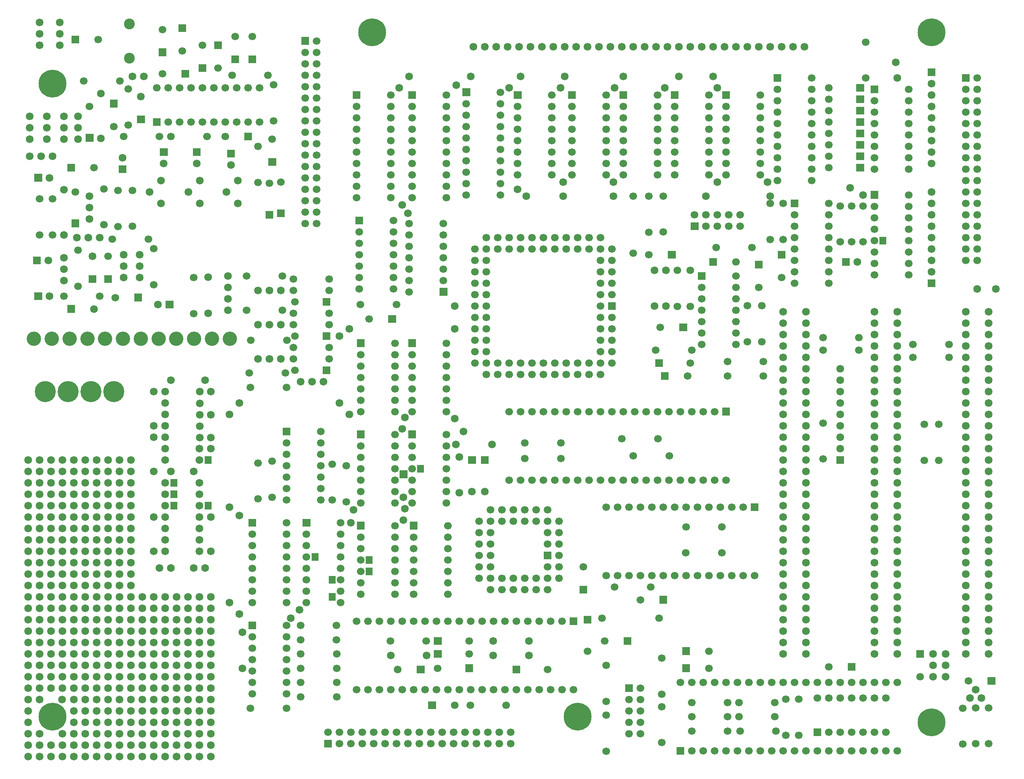
<source format=gbs>
%FSLAX34Y34*%
%MOMM*%
%LNSOLDERMASK_BOTTOM*%
G71*
G01*
%ADD10C, 1.72*%
%ADD11C, 4.70*%
%ADD12C, 1.70*%
%ADD13C, 6.20*%
%ADD14C, 2.40*%
%ADD15C, 3.20*%
%ADD16R, 1.50X1.70*%
%LPD*%
X26670Y55245D02*
G54D10*
D03*
X52070Y55245D02*
G54D10*
D03*
X26670Y80645D02*
G54D10*
D03*
X52070Y80645D02*
G54D10*
D03*
X26670Y156845D02*
G54D10*
D03*
X52070Y156845D02*
G54D10*
D03*
X26670Y131445D02*
G54D10*
D03*
X52070Y233045D02*
G54D10*
D03*
X52070Y207645D02*
G54D10*
D03*
X26670Y233045D02*
G54D10*
D03*
X26670Y207645D02*
G54D10*
D03*
X52070Y309245D02*
G54D10*
D03*
X52070Y283845D02*
G54D10*
D03*
X26670Y309245D02*
G54D10*
D03*
X26670Y283845D02*
G54D10*
D03*
X52070Y385445D02*
G54D10*
D03*
X52070Y360045D02*
G54D10*
D03*
X26670Y385445D02*
G54D10*
D03*
X26670Y360045D02*
G54D10*
D03*
X52070Y461645D02*
G54D10*
D03*
X52070Y436245D02*
G54D10*
D03*
X26670Y461645D02*
G54D10*
D03*
X26670Y436245D02*
G54D10*
D03*
X52070Y537845D02*
G54D10*
D03*
X52070Y512445D02*
G54D10*
D03*
X26670Y537845D02*
G54D10*
D03*
X26670Y512445D02*
G54D10*
D03*
X52070Y614045D02*
G54D10*
D03*
X52070Y588645D02*
G54D10*
D03*
X26670Y614045D02*
G54D10*
D03*
X26670Y588645D02*
G54D10*
D03*
X52070Y664845D02*
G54D10*
D03*
X26670Y664845D02*
G54D10*
D03*
X64770Y842650D02*
G54D11*
D03*
X128270Y55245D02*
G54D10*
D03*
X102870Y55245D02*
G54D10*
D03*
X128270Y80645D02*
G54D10*
D03*
X102870Y80645D02*
G54D10*
D03*
X128270Y156845D02*
G54D10*
D03*
X102235Y156845D02*
G54D10*
D03*
X128270Y131445D02*
G54D10*
D03*
X128270Y233045D02*
G54D10*
D03*
X128270Y207645D02*
G54D10*
D03*
X102870Y233045D02*
G54D10*
D03*
X102870Y207645D02*
G54D10*
D03*
X128270Y309245D02*
G54D10*
D03*
X128270Y283845D02*
G54D10*
D03*
X102870Y309245D02*
G54D10*
D03*
X102870Y283845D02*
G54D10*
D03*
X128270Y385445D02*
G54D10*
D03*
X128270Y360045D02*
G54D10*
D03*
X102870Y385445D02*
G54D10*
D03*
X102870Y360045D02*
G54D10*
D03*
X128270Y461645D02*
G54D10*
D03*
X128270Y436245D02*
G54D10*
D03*
X102870Y461645D02*
G54D10*
D03*
X102870Y436245D02*
G54D10*
D03*
X128270Y537845D02*
G54D10*
D03*
X128270Y512445D02*
G54D10*
D03*
X102870Y537845D02*
G54D10*
D03*
X102870Y512445D02*
G54D10*
D03*
X128270Y614045D02*
G54D10*
D03*
X128270Y588645D02*
G54D10*
D03*
X102870Y614045D02*
G54D10*
D03*
X102870Y588645D02*
G54D10*
D03*
X128270Y664845D02*
G54D10*
D03*
X102870Y664845D02*
G54D10*
D03*
X204470Y80645D02*
G54D10*
D03*
X204470Y55245D02*
G54D10*
D03*
X179070Y80645D02*
G54D10*
D03*
X179070Y55245D02*
G54D10*
D03*
X204470Y131445D02*
G54D10*
D03*
X204470Y156845D02*
G54D10*
D03*
X179070Y131445D02*
G54D10*
D03*
X179070Y156845D02*
G54D10*
D03*
X204470Y233045D02*
G54D10*
D03*
X204470Y207645D02*
G54D10*
D03*
X179070Y233045D02*
G54D10*
D03*
X179070Y207645D02*
G54D10*
D03*
X204470Y309245D02*
G54D10*
D03*
X204470Y283845D02*
G54D10*
D03*
X179070Y309245D02*
G54D10*
D03*
X179070Y283845D02*
G54D10*
D03*
X204470Y385445D02*
G54D10*
D03*
X204470Y360045D02*
G54D10*
D03*
X179070Y385445D02*
G54D10*
D03*
X179070Y360045D02*
G54D10*
D03*
X204470Y461645D02*
G54D10*
D03*
X204470Y436245D02*
G54D10*
D03*
X179070Y461645D02*
G54D10*
D03*
X179070Y436245D02*
G54D10*
D03*
X204470Y537845D02*
G54D10*
D03*
X204470Y512445D02*
G54D10*
D03*
X179070Y537845D02*
G54D10*
D03*
X179070Y512445D02*
G54D10*
D03*
X204470Y614045D02*
G54D10*
D03*
X204470Y588645D02*
G54D10*
D03*
X179070Y614045D02*
G54D10*
D03*
X179070Y588645D02*
G54D10*
D03*
X204470Y664845D02*
G54D10*
D03*
X179070Y664845D02*
G54D10*
D03*
X280670Y80645D02*
G54D10*
D03*
X280670Y55245D02*
G54D10*
D03*
X255270Y80645D02*
G54D10*
D03*
X255270Y55245D02*
G54D10*
D03*
X280670Y131445D02*
G54D10*
D03*
X280670Y156845D02*
G54D10*
D03*
X255270Y131445D02*
G54D10*
D03*
X255270Y156845D02*
G54D10*
D03*
X280670Y233045D02*
G54D10*
D03*
X280670Y207645D02*
G54D10*
D03*
X255270Y233045D02*
G54D10*
D03*
X255270Y207645D02*
G54D10*
D03*
X280670Y309245D02*
G54D10*
D03*
X280670Y283845D02*
G54D10*
D03*
X255270Y309245D02*
G54D10*
D03*
X255270Y283845D02*
G54D10*
D03*
X280670Y385445D02*
G54D10*
D03*
X280670Y360045D02*
G54D10*
D03*
X255270Y385445D02*
G54D10*
D03*
X255270Y360045D02*
G54D10*
D03*
X255270Y461645D02*
G54D10*
D03*
X255270Y436245D02*
G54D10*
D03*
X255270Y537845D02*
G54D10*
D03*
X255270Y512445D02*
G54D10*
D03*
X255270Y614045D02*
G54D10*
D03*
X255270Y588645D02*
G54D10*
D03*
X255270Y664845D02*
G54D10*
D03*
X356870Y80645D02*
G54D10*
D03*
X356870Y55245D02*
G54D10*
D03*
X331470Y80645D02*
G54D10*
D03*
X331470Y55245D02*
G54D10*
D03*
X356870Y131445D02*
G54D10*
D03*
X356870Y156845D02*
G54D10*
D03*
X331470Y131445D02*
G54D10*
D03*
X331470Y156845D02*
G54D10*
D03*
X356870Y233045D02*
G54D10*
D03*
X356870Y207645D02*
G54D10*
D03*
X331470Y233045D02*
G54D10*
D03*
X331470Y207645D02*
G54D10*
D03*
X356870Y309245D02*
G54D10*
D03*
X356870Y283845D02*
G54D10*
D03*
X331470Y309245D02*
G54D10*
D03*
X331470Y283845D02*
G54D10*
D03*
X356870Y360045D02*
G54D10*
D03*
X343667Y449919D02*
G54D10*
D03*
X331470Y360045D02*
G54D10*
D03*
X331470Y537845D02*
G54D10*
D03*
X331470Y512445D02*
G54D10*
D03*
X331470Y614045D02*
G54D10*
D03*
X331470Y588645D02*
G54D10*
D03*
X331470Y690245D02*
G54D10*
D03*
X331470Y766445D02*
G54D10*
D03*
X331470Y741045D02*
G54D10*
D03*
X331470Y842645D02*
G54D10*
D03*
X331470Y817245D02*
G54D10*
D03*
X433070Y80645D02*
G54D10*
D03*
X433070Y55245D02*
G54D10*
D03*
X407670Y80645D02*
G54D10*
D03*
X407670Y55245D02*
G54D10*
D03*
X433070Y131445D02*
G54D10*
D03*
X433070Y156845D02*
G54D10*
D03*
X407670Y131445D02*
G54D10*
D03*
X407670Y156845D02*
G54D10*
D03*
X433070Y233045D02*
G54D10*
D03*
X433070Y207645D02*
G54D10*
D03*
X407670Y233045D02*
G54D10*
D03*
X407670Y207645D02*
G54D10*
D03*
X433070Y309245D02*
G54D10*
D03*
X433070Y283845D02*
G54D10*
D03*
X407670Y309245D02*
G54D10*
D03*
X407670Y283845D02*
G54D10*
D03*
X433070Y360045D02*
G54D10*
D03*
X395186Y449633D02*
G54D10*
D03*
X407670Y360045D02*
G54D10*
D03*
X433070Y487045D02*
G54D10*
D03*
X433070Y563245D02*
G54D10*
D03*
X407670Y537845D02*
G54D10*
D03*
X407670Y512445D02*
G54D10*
D03*
X407670Y614045D02*
G54D10*
D03*
X407670Y588645D02*
G54D10*
D03*
X407670Y690245D02*
G54D10*
D03*
X408067Y766048D02*
G54D10*
D03*
X408067Y740648D02*
G54D10*
D03*
X408067Y842645D02*
G54D10*
D03*
X408067Y816848D02*
G54D10*
D03*
X474345Y372745D02*
G54D10*
D03*
X474345Y585470D02*
G54D10*
D03*
X496570Y817245D02*
G54D10*
D03*
X629920Y356870D02*
G54D10*
D03*
X744220Y550545D02*
G54D10*
D03*
X750570Y579120D02*
G54D10*
D03*
X718820Y817245D02*
G54D10*
D03*
X741045Y982345D02*
G54D10*
D03*
X718820Y966470D02*
G54D10*
D03*
X864870Y582295D02*
G54D10*
D03*
X858520Y760095D02*
G54D10*
D03*
X975995Y982345D02*
G54D10*
D03*
X975995Y1033145D02*
G54D10*
D03*
X979170Y1525270D02*
G54D10*
D03*
X1115695Y1293495D02*
G54D10*
D03*
X1134745Y1277620D02*
G54D10*
D03*
X1096645Y1518920D02*
G54D10*
D03*
X1210945Y1518920D02*
G54D10*
D03*
X1328420Y1309370D02*
G54D10*
D03*
X1328420Y1277620D02*
G54D10*
D03*
X1331595Y1518920D02*
G54D10*
D03*
G36*
X1542164Y1140076D02*
X1559176Y1140076D01*
X1559176Y1123064D01*
X1542164Y1123064D01*
X1542164Y1140076D01*
G37*
X1560195Y1309370D02*
G54D10*
D03*
X1560195Y1518920D02*
G54D10*
D03*
X1855470Y1296670D02*
G54D10*
D03*
X1884045Y1280795D02*
G54D10*
D03*
X1960245Y1541145D02*
G54D10*
D03*
X1957070Y1576070D02*
G54D10*
D03*
X2179320Y1071245D02*
G54D10*
D03*
X26670Y29845D02*
G54D10*
D03*
X52070Y29845D02*
G54D10*
D03*
X52070Y258445D02*
G54D10*
D03*
X52070Y334645D02*
G54D10*
D03*
X26670Y258445D02*
G54D10*
D03*
X26670Y334645D02*
G54D10*
D03*
X52070Y182245D02*
G54D10*
D03*
X26670Y182245D02*
G54D10*
D03*
X26670Y106045D02*
G54D10*
D03*
X52070Y410845D02*
G54D10*
D03*
X52070Y487045D02*
G54D10*
D03*
X52070Y563245D02*
G54D10*
D03*
X52070Y639445D02*
G54D10*
D03*
X26670Y410845D02*
G54D10*
D03*
X26670Y487045D02*
G54D10*
D03*
X26670Y563245D02*
G54D10*
D03*
X26670Y639445D02*
G54D10*
D03*
X52070Y1191895D02*
G54D12*
D03*
X52070Y1271880D02*
G54D12*
D03*
X29845Y1455420D02*
G54D10*
D03*
X29845Y1404620D02*
G54D10*
D03*
X29845Y1430020D02*
G54D10*
D03*
X52070Y1664970D02*
G54D10*
D03*
X52070Y1614170D02*
G54D10*
D03*
X52070Y1639570D02*
G54D10*
D03*
X128270Y29845D02*
G54D10*
D03*
X102870Y29845D02*
G54D10*
D03*
X128270Y258445D02*
G54D10*
D03*
X128270Y334645D02*
G54D10*
D03*
X102870Y258445D02*
G54D10*
D03*
X102870Y334645D02*
G54D10*
D03*
X128270Y182245D02*
G54D10*
D03*
X102870Y182245D02*
G54D10*
D03*
X128270Y106045D02*
G54D10*
D03*
X128270Y410845D02*
G54D10*
D03*
X128270Y487045D02*
G54D10*
D03*
X128270Y563245D02*
G54D10*
D03*
X128270Y639445D02*
G54D10*
D03*
X102870Y410845D02*
G54D10*
D03*
X102870Y487045D02*
G54D10*
D03*
X102870Y563245D02*
G54D10*
D03*
X102870Y639445D02*
G54D10*
D03*
X137795Y1077595D02*
G54D12*
D03*
X137795Y1157580D02*
G54D12*
D03*
X106045Y1141095D02*
G54D10*
D03*
X106045Y1090295D02*
G54D10*
D03*
X106045Y1115695D02*
G54D10*
D03*
X137795Y1455420D02*
G54D10*
D03*
X137795Y1404620D02*
G54D10*
D03*
X137795Y1430020D02*
G54D10*
D03*
X106045Y1404620D02*
G54D10*
D03*
X106045Y1455420D02*
G54D10*
D03*
X106045Y1430020D02*
G54D10*
D03*
X96520Y1614170D02*
G54D10*
D03*
X96520Y1664970D02*
G54D10*
D03*
X96520Y1639570D02*
G54D10*
D03*
X204470Y29845D02*
G54D10*
D03*
X179070Y29845D02*
G54D10*
D03*
X204470Y258445D02*
G54D10*
D03*
X204470Y334645D02*
G54D10*
D03*
X179070Y258445D02*
G54D10*
D03*
X179070Y334645D02*
G54D10*
D03*
X204470Y106045D02*
G54D10*
D03*
X179070Y106045D02*
G54D10*
D03*
X204470Y182245D02*
G54D10*
D03*
X179070Y182245D02*
G54D10*
D03*
X204470Y410845D02*
G54D10*
D03*
X204470Y487045D02*
G54D10*
D03*
X204470Y563245D02*
G54D10*
D03*
X204470Y639445D02*
G54D10*
D03*
X179070Y410845D02*
G54D10*
D03*
X179070Y487045D02*
G54D10*
D03*
X179070Y563245D02*
G54D10*
D03*
X179070Y639445D02*
G54D10*
D03*
G36*
X195964Y1101976D02*
X212976Y1101976D01*
X212976Y1084964D01*
X195964Y1084964D01*
X195964Y1101976D01*
G37*
X204470Y1144270D02*
G54D12*
D03*
X188595Y1506220D02*
G54D10*
D03*
X188595Y1406194D02*
G54D10*
D03*
X280670Y29845D02*
G54D10*
D03*
X255270Y29845D02*
G54D10*
D03*
X280670Y258445D02*
G54D10*
D03*
X280670Y334645D02*
G54D10*
D03*
X255270Y258445D02*
G54D10*
D03*
X255270Y334645D02*
G54D10*
D03*
X280670Y106045D02*
G54D10*
D03*
X255270Y106045D02*
G54D10*
D03*
X280670Y182245D02*
G54D10*
D03*
X255270Y182245D02*
G54D10*
D03*
X255270Y410845D02*
G54D10*
D03*
X255270Y487045D02*
G54D10*
D03*
X255270Y563245D02*
G54D10*
D03*
X255270Y639445D02*
G54D10*
D03*
X344170Y868045D02*
G54D10*
D03*
X274320Y1096645D02*
G54D10*
D03*
X274320Y1147445D02*
G54D10*
D03*
X274320Y1122045D02*
G54D10*
D03*
X283845Y1544320D02*
G54D10*
D03*
X258445Y1544320D02*
G54D10*
D03*
X248920Y1436370D02*
G54D12*
D03*
X248920Y1516354D02*
G54D12*
D03*
G36*
X268875Y1457690D02*
X286115Y1457690D01*
X286115Y1440450D01*
X268875Y1440450D01*
X268875Y1457690D01*
G37*
X277495Y1499870D02*
G54D10*
D03*
X356870Y29845D02*
G54D10*
D03*
X331470Y29845D02*
G54D10*
D03*
X356870Y258445D02*
G54D10*
D03*
X356870Y334645D02*
G54D10*
D03*
X331470Y258445D02*
G54D10*
D03*
X331470Y334645D02*
G54D10*
D03*
X356870Y106045D02*
G54D10*
D03*
X331470Y106045D02*
G54D10*
D03*
X356870Y182245D02*
G54D10*
D03*
X331470Y182245D02*
G54D10*
D03*
X318267Y449919D02*
G54D10*
D03*
X331470Y487045D02*
G54D10*
D03*
X331470Y563245D02*
G54D10*
D03*
X331470Y639445D02*
G54D10*
D03*
X420370Y868045D02*
G54D10*
D03*
X331470Y715645D02*
G54D10*
D03*
X331470Y791845D02*
G54D10*
D03*
X407670Y29845D02*
G54D10*
D03*
X433070Y29845D02*
G54D10*
D03*
X433070Y258445D02*
G54D10*
D03*
X433070Y334645D02*
G54D10*
D03*
X407670Y258445D02*
G54D10*
D03*
X407670Y334645D02*
G54D10*
D03*
X433070Y106045D02*
G54D10*
D03*
X407670Y106045D02*
G54D10*
D03*
X433070Y182245D02*
G54D10*
D03*
X407670Y182245D02*
G54D10*
D03*
X420586Y449633D02*
G54D10*
D03*
X407670Y487045D02*
G54D10*
D03*
X407670Y563245D02*
G54D10*
D03*
X407670Y639445D02*
G54D10*
D03*
X407670Y715645D02*
G54D10*
D03*
X408067Y791448D02*
G54D10*
D03*
X426720Y1017270D02*
G54D10*
D03*
X426720Y1097254D02*
G54D10*
D03*
X496570Y347742D02*
G54D10*
D03*
X502920Y226695D02*
G54D10*
D03*
X502920Y306680D02*
G54D10*
D03*
X496570Y566420D02*
G54D10*
D03*
X474345Y791845D02*
G54D10*
D03*
G36*
X561089Y1362326D02*
X578101Y1362326D01*
X578101Y1345314D01*
X561089Y1345314D01*
X561089Y1362326D01*
G37*
X569595Y1404620D02*
G54D12*
D03*
X572770Y1445895D02*
G54D12*
D03*
X572770Y1525880D02*
G54D12*
D03*
X741045Y791845D02*
G54D10*
D03*
X861695Y556895D02*
G54D10*
D03*
X864870Y785495D02*
G54D10*
D03*
X858520Y1258570D02*
G54D10*
D03*
X871220Y1239520D02*
G54D10*
D03*
X874395Y1544320D02*
G54D10*
D03*
X975995Y782320D02*
G54D10*
D03*
X1010920Y1544320D02*
G54D10*
D03*
X1122045Y1544320D02*
G54D10*
D03*
G36*
X1262764Y343151D02*
X1279776Y343151D01*
X1279776Y326139D01*
X1262764Y326139D01*
X1262764Y343151D01*
G37*
X1271270Y264642D02*
G54D12*
D03*
G36*
X1253239Y409826D02*
X1270251Y409826D01*
X1270251Y392814D01*
X1253239Y392814D01*
X1253239Y409826D01*
G37*
X1261745Y452120D02*
G54D12*
D03*
X1350645Y1544320D02*
G54D10*
D03*
X1436370Y248920D02*
G54D12*
D03*
X1436370Y168910D02*
G54D12*
D03*
X1420495Y1033145D02*
G54D10*
D03*
X1420495Y1113130D02*
G54D10*
D03*
X1499870Y1112520D02*
G54D12*
D03*
X1499870Y1032510D02*
G54D12*
D03*
X1471295Y1112520D02*
G54D12*
D03*
X1471295Y1032510D02*
G54D12*
D03*
X1474470Y1544320D02*
G54D10*
D03*
X1550670Y1544320D02*
G54D10*
D03*
G36*
X1643764Y1133726D02*
X1660776Y1133726D01*
X1660776Y1116714D01*
X1643764Y1116714D01*
X1643764Y1133726D01*
G37*
X1652270Y1074420D02*
G54D12*
D03*
X1706245Y1261745D02*
G54D12*
D03*
X1706245Y1181735D02*
G54D12*
D03*
G36*
X1694564Y1155951D02*
X1711576Y1155951D01*
X1711576Y1138939D01*
X1694564Y1138939D01*
X1694564Y1155951D01*
G37*
X1703070Y1096645D02*
G54D12*
D03*
X1795145Y772795D02*
G54D12*
D03*
X1795145Y692785D02*
G54D12*
D03*
X1858645Y1176020D02*
G54D12*
D03*
X1858645Y1256004D02*
G54D12*
D03*
X1884045Y1176020D02*
G54D12*
D03*
X1884045Y1256004D02*
G54D12*
D03*
G36*
X2002539Y266951D02*
X2019551Y266951D01*
X2019551Y249939D01*
X2002539Y249939D01*
X2002539Y266951D01*
G37*
X2011045Y207645D02*
G54D12*
D03*
X2039620Y207645D02*
G54D10*
D03*
X2039620Y258445D02*
G54D10*
D03*
X2039620Y233045D02*
G54D10*
D03*
X2020570Y769620D02*
G54D12*
D03*
X2020570Y689610D02*
G54D12*
D03*
X106045Y1191895D02*
G54D10*
D03*
X106045Y1291895D02*
G54D10*
D03*
G36*
X122939Y1225801D02*
X139951Y1225801D01*
X139951Y1208789D01*
X122939Y1208789D01*
X122939Y1225801D01*
G37*
X131445Y1287272D02*
G54D12*
D03*
X194945Y1214120D02*
G54D12*
D03*
X194945Y1294104D02*
G54D12*
D03*
X258445Y1210945D02*
G54D12*
D03*
X258445Y1290930D02*
G54D12*
D03*
G36*
X405514Y1571876D02*
X422526Y1571876D01*
X422526Y1554864D01*
X405514Y1554864D01*
X405514Y1571876D01*
G37*
X414020Y1614170D02*
G54D12*
D03*
G36*
X478539Y1590926D02*
X495551Y1590926D01*
X495551Y1573914D01*
X478539Y1573914D01*
X478539Y1590926D01*
G37*
X487045Y1633220D02*
G54D12*
D03*
X569595Y607695D02*
G54D12*
D03*
X569595Y687680D02*
G54D12*
D03*
G36*
X554739Y1244851D02*
X571751Y1244851D01*
X571751Y1227839D01*
X554739Y1227839D01*
X554739Y1244851D01*
G37*
X563245Y1306322D02*
G54D12*
D03*
G36*
X580139Y1248026D02*
X597151Y1248026D01*
X597151Y1231014D01*
X580139Y1231014D01*
X580139Y1248026D01*
G37*
X588645Y1309497D02*
G54D12*
D03*
X734695Y677545D02*
G54D12*
D03*
X734695Y597535D02*
G54D12*
D03*
G36*
X853075Y667115D02*
X870315Y667115D01*
X870315Y649875D01*
X853075Y649875D01*
X853075Y667115D01*
G37*
X861695Y607695D02*
G54D10*
D03*
G36*
X1034050Y698865D02*
X1051290Y698865D01*
X1051290Y681625D01*
X1034050Y681625D01*
X1034050Y698865D01*
G37*
X1042670Y620242D02*
G54D10*
D03*
G36*
X1005475Y698865D02*
X1022715Y698865D01*
X1022715Y681625D01*
X1005475Y681625D01*
X1005475Y698865D01*
G37*
X1014095Y620242D02*
G54D10*
D03*
X1436370Y140970D02*
G54D12*
D03*
X1436370Y60960D02*
G54D12*
D03*
X1407795Y1277620D02*
G54D12*
D03*
X1407795Y1197610D02*
G54D12*
D03*
X1626870Y953770D02*
G54D12*
D03*
X1626870Y1033754D02*
G54D12*
D03*
X1658620Y953770D02*
G54D12*
D03*
X1658620Y1033754D02*
G54D12*
D03*
X1741170Y77470D02*
G54D12*
D03*
X1741170Y157454D02*
G54D12*
D03*
X1712595Y77470D02*
G54D12*
D03*
X1712595Y157454D02*
G54D12*
D03*
X1890395Y1541145D02*
G54D12*
D03*
X1890395Y1621130D02*
G54D12*
D03*
X2106295Y137795D02*
G54D12*
D03*
X2106295Y57785D02*
G54D12*
D03*
X2163445Y58420D02*
G54D12*
D03*
X2163445Y138404D02*
G54D12*
D03*
X77470Y55245D02*
G54D10*
D03*
X77470Y233045D02*
G54D10*
D03*
X77470Y207645D02*
G54D10*
D03*
X77470Y309245D02*
G54D10*
D03*
X77470Y283845D02*
G54D10*
D03*
X77470Y385445D02*
G54D10*
D03*
X77470Y360045D02*
G54D10*
D03*
X77470Y461645D02*
G54D10*
D03*
X77470Y436245D02*
G54D10*
D03*
X77470Y537845D02*
G54D10*
D03*
X77470Y512445D02*
G54D10*
D03*
X77470Y614045D02*
G54D10*
D03*
X77470Y588645D02*
G54D10*
D03*
X77470Y664845D02*
G54D10*
D03*
G36*
X40275Y1063990D02*
X57515Y1063990D01*
X57515Y1046750D01*
X40275Y1046750D01*
X40275Y1063990D01*
G37*
X74295Y1055370D02*
G54D10*
D03*
G36*
X37100Y1143365D02*
X54340Y1143365D01*
X54340Y1126125D01*
X37100Y1126125D01*
X37100Y1143365D01*
G37*
X71120Y1134745D02*
G54D10*
D03*
X29845Y1366520D02*
G54D10*
D03*
X80645Y1366520D02*
G54D10*
D03*
X55245Y1366520D02*
G54D10*
D03*
X153670Y80645D02*
G54D10*
D03*
X153670Y55245D02*
G54D10*
D03*
X229870Y80645D02*
G54D10*
D03*
X229870Y55245D02*
G54D10*
D03*
X306070Y80645D02*
G54D10*
D03*
X306070Y55245D02*
G54D10*
D03*
X382270Y80645D02*
G54D10*
D03*
X382270Y55245D02*
G54D10*
D03*
X153670Y131445D02*
G54D10*
D03*
X153670Y156845D02*
G54D10*
D03*
X229870Y131445D02*
G54D10*
D03*
X229870Y156845D02*
G54D10*
D03*
X306070Y131445D02*
G54D10*
D03*
X306070Y156845D02*
G54D10*
D03*
X382270Y131445D02*
G54D10*
D03*
X382270Y156845D02*
G54D10*
D03*
X153670Y233045D02*
G54D10*
D03*
X153670Y207645D02*
G54D10*
D03*
X229870Y233045D02*
G54D10*
D03*
X229870Y207645D02*
G54D10*
D03*
X306070Y233045D02*
G54D10*
D03*
X306070Y207645D02*
G54D10*
D03*
X382270Y233045D02*
G54D10*
D03*
X382270Y207645D02*
G54D10*
D03*
X153670Y309245D02*
G54D10*
D03*
X153670Y283845D02*
G54D10*
D03*
X229870Y309245D02*
G54D10*
D03*
X229870Y283845D02*
G54D10*
D03*
X306070Y309245D02*
G54D10*
D03*
X306070Y283845D02*
G54D10*
D03*
X382270Y309245D02*
G54D10*
D03*
X382270Y283845D02*
G54D10*
D03*
X153670Y385445D02*
G54D10*
D03*
X153670Y360045D02*
G54D10*
D03*
X229870Y385445D02*
G54D10*
D03*
X229870Y360045D02*
G54D10*
D03*
X306070Y360045D02*
G54D10*
D03*
X382270Y360045D02*
G54D10*
D03*
X153670Y461645D02*
G54D10*
D03*
X153670Y436245D02*
G54D10*
D03*
X229870Y461645D02*
G54D10*
D03*
X229870Y436245D02*
G54D10*
D03*
X306070Y487045D02*
G54D10*
D03*
X153670Y537845D02*
G54D10*
D03*
X153670Y512445D02*
G54D10*
D03*
X229870Y537845D02*
G54D10*
D03*
X229870Y512445D02*
G54D10*
D03*
X306070Y563245D02*
G54D10*
D03*
X153670Y614045D02*
G54D10*
D03*
X153670Y588645D02*
G54D10*
D03*
X229870Y614045D02*
G54D10*
D03*
X229870Y588645D02*
G54D10*
D03*
X153670Y664845D02*
G54D10*
D03*
X229870Y664845D02*
G54D10*
D03*
X306070Y741045D02*
G54D10*
D03*
X306070Y664845D02*
G54D10*
D03*
X306070Y766445D02*
G54D10*
D03*
X306070Y842645D02*
G54D10*
D03*
G36*
X262639Y1060701D02*
X279651Y1060701D01*
X279651Y1043689D01*
X262639Y1043689D01*
X262639Y1060701D01*
G37*
X220345Y1052195D02*
G54D12*
D03*
G36*
X319675Y1384665D02*
X336915Y1384665D01*
X336915Y1367425D01*
X319675Y1367425D01*
X319675Y1384665D01*
G37*
X328295Y1350645D02*
G54D10*
D03*
X150495Y1534795D02*
G54D12*
D03*
X230480Y1534795D02*
G54D12*
D03*
X633095Y163195D02*
G54D12*
D03*
X713080Y163195D02*
G54D12*
D03*
X601345Y137795D02*
G54D12*
D03*
X521335Y137795D02*
G54D12*
D03*
X633095Y226695D02*
G54D12*
D03*
X713080Y226695D02*
G54D12*
D03*
X712470Y290195D02*
G54D12*
D03*
X632460Y290195D02*
G54D12*
D03*
X601345Y852170D02*
G54D12*
D03*
X521335Y852170D02*
G54D12*
D03*
X696595Y915670D02*
G54D12*
D03*
X616585Y915670D02*
G54D12*
D03*
G36*
X681739Y898776D02*
X698751Y898776D01*
X698751Y881764D01*
X681739Y881764D01*
X681739Y898776D01*
G37*
X620243Y890270D02*
G54D12*
D03*
X518795Y883920D02*
G54D12*
D03*
X598780Y883920D02*
G54D12*
D03*
X588645Y915670D02*
G54D10*
D03*
X537845Y915670D02*
G54D10*
D03*
X563245Y915670D02*
G54D10*
D03*
X696595Y991870D02*
G54D12*
D03*
X616585Y991870D02*
G54D12*
D03*
G36*
X681739Y974976D02*
X698751Y974976D01*
X698751Y957964D01*
X681739Y957964D01*
X681739Y974976D01*
G37*
X620243Y966470D02*
G54D12*
D03*
X588645Y991870D02*
G54D10*
D03*
X537845Y991870D02*
G54D10*
D03*
X563245Y991870D02*
G54D10*
D03*
X696595Y1068070D02*
G54D12*
D03*
X616585Y1068070D02*
G54D12*
D03*
G36*
X681739Y1051176D02*
X698751Y1051176D01*
X698751Y1034164D01*
X681739Y1034164D01*
X681739Y1051176D01*
G37*
X620243Y1042670D02*
G54D12*
D03*
X588645Y1068070D02*
G54D10*
D03*
X537845Y1068070D02*
G54D10*
D03*
X563245Y1068070D02*
G54D10*
D03*
G36*
X468900Y1381490D02*
X486140Y1381490D01*
X486140Y1364250D01*
X468900Y1364250D01*
X468900Y1381490D01*
G37*
X477520Y1347470D02*
G54D10*
D03*
G36*
X916689Y152651D02*
X933701Y152651D01*
X933701Y135639D01*
X916689Y135639D01*
X916689Y152651D01*
G37*
X975995Y144145D02*
G54D12*
D03*
G36*
X999239Y235201D02*
X1016251Y235201D01*
X1016251Y218189D01*
X999239Y218189D01*
X999239Y235201D01*
G37*
X937743Y226695D02*
G54D12*
D03*
G36*
X891175Y232140D02*
X908415Y232140D01*
X908415Y214900D01*
X891175Y214900D01*
X891175Y232140D01*
G37*
X848995Y223520D02*
G54D10*
D03*
G36*
X929389Y295526D02*
X946401Y295526D01*
X946401Y278514D01*
X929389Y278514D01*
X929389Y295526D01*
G37*
X1007872Y287020D02*
G54D12*
D03*
X912495Y287020D02*
G54D12*
D03*
X832485Y287020D02*
G54D12*
D03*
X995045Y753745D02*
G54D10*
D03*
X845820Y1036320D02*
G54D12*
D03*
X765810Y1036320D02*
G54D12*
D03*
X852170Y1518920D02*
G54D10*
D03*
G36*
X1104014Y232026D02*
X1121026Y232026D01*
X1121026Y215014D01*
X1104014Y215014D01*
X1104014Y232026D01*
G37*
X1182497Y223520D02*
G54D12*
D03*
X1141095Y287020D02*
G54D10*
D03*
X1061085Y287020D02*
G54D10*
D03*
X1131570Y693420D02*
G54D12*
D03*
X1211555Y693420D02*
G54D12*
D03*
X1217295Y1309370D02*
G54D10*
D03*
X1217295Y1277620D02*
G54D10*
D03*
X1503045Y86995D02*
G54D12*
D03*
X1583030Y86995D02*
G54D12*
D03*
X1503045Y150495D02*
G54D12*
D03*
X1583030Y150495D02*
G54D12*
D03*
G36*
X1481839Y235201D02*
X1498851Y235201D01*
X1498851Y218189D01*
X1481839Y218189D01*
X1481839Y235201D01*
G37*
X1541145Y226695D02*
G54D12*
D03*
G36*
X1431039Y387601D02*
X1448051Y387601D01*
X1448051Y370589D01*
X1431039Y370589D01*
X1431039Y387601D01*
G37*
X1388745Y379095D02*
G54D12*
D03*
X1490345Y541020D02*
G54D12*
D03*
X1570330Y541020D02*
G54D12*
D03*
X1372870Y699770D02*
G54D12*
D03*
X1452854Y699770D02*
G54D12*
D03*
G36*
X1421514Y914651D02*
X1438526Y914651D01*
X1438526Y897639D01*
X1421514Y897639D01*
X1421514Y914651D01*
G37*
X1499997Y906145D02*
G54D12*
D03*
G36*
X1475489Y994026D02*
X1492501Y994026D01*
X1492501Y977014D01*
X1475489Y977014D01*
X1475489Y994026D01*
G37*
X1433195Y985520D02*
G54D12*
D03*
X1601470Y1131570D02*
G54D12*
D03*
G36*
X1450089Y1155951D02*
X1467101Y1155951D01*
X1467101Y1138939D01*
X1450089Y1138939D01*
X1450089Y1155951D01*
G37*
X1407795Y1147445D02*
G54D12*
D03*
X1534795Y1277620D02*
G54D10*
D03*
X1442720Y1518920D02*
G54D10*
D03*
G36*
X1850139Y238376D02*
X1867151Y238376D01*
X1867151Y221364D01*
X1850139Y221364D01*
X1850139Y238376D01*
G37*
X1807845Y229870D02*
G54D12*
D03*
X1795145Y963295D02*
G54D12*
D03*
X1875130Y963295D02*
G54D12*
D03*
G36*
X1837325Y1140190D02*
X1854565Y1140190D01*
X1854565Y1122950D01*
X1837325Y1122950D01*
X1837325Y1140190D01*
G37*
X1871345Y1131570D02*
G54D10*
D03*
X1671320Y1309370D02*
G54D10*
D03*
X1677670Y1277620D02*
G54D10*
D03*
G36*
X1869189Y1375026D02*
X1886201Y1375026D01*
X1886201Y1358014D01*
X1869189Y1358014D01*
X1869189Y1375026D01*
G37*
X1807692Y1366520D02*
G54D12*
D03*
G36*
X1869189Y1349626D02*
X1886201Y1349626D01*
X1886201Y1332614D01*
X1869189Y1332614D01*
X1869189Y1349626D01*
G37*
X1807692Y1341120D02*
G54D12*
D03*
G36*
X1869189Y1451226D02*
X1886201Y1451226D01*
X1886201Y1434214D01*
X1869189Y1434214D01*
X1869189Y1451226D01*
G37*
X1807692Y1442720D02*
G54D12*
D03*
G36*
X1869189Y1425826D02*
X1886201Y1425826D01*
X1886201Y1408814D01*
X1869189Y1408814D01*
X1869189Y1425826D01*
G37*
X1807692Y1417320D02*
G54D12*
D03*
G36*
X1869189Y1502026D02*
X1886201Y1502026D01*
X1886201Y1485014D01*
X1869189Y1485014D01*
X1869189Y1502026D01*
G37*
X1807692Y1493520D02*
G54D12*
D03*
G36*
X1869189Y1527426D02*
X1886201Y1527426D01*
X1886201Y1510414D01*
X1869189Y1510414D01*
X1869189Y1527426D01*
G37*
X1807692Y1518920D02*
G54D12*
D03*
X1995170Y918845D02*
G54D12*
D03*
X2075154Y918845D02*
G54D12*
D03*
X2138045Y1071245D02*
G54D10*
D03*
X77470Y29845D02*
G54D10*
D03*
X77470Y258445D02*
G54D10*
D03*
X77470Y334645D02*
G54D10*
D03*
X77470Y182245D02*
G54D10*
D03*
X80645Y118745D02*
G54D13*
D03*
X77470Y410845D02*
G54D10*
D03*
X77470Y487045D02*
G54D10*
D03*
X77470Y563245D02*
G54D10*
D03*
X77470Y639445D02*
G54D10*
D03*
X80645Y1191895D02*
G54D12*
D03*
X80645Y1271880D02*
G54D12*
D03*
X80645Y1528445D02*
G54D13*
D03*
X67945Y1455420D02*
G54D10*
D03*
X67945Y1404620D02*
G54D10*
D03*
X67945Y1430020D02*
G54D10*
D03*
G36*
X40275Y1327515D02*
X57515Y1327515D01*
X57515Y1310275D01*
X40275Y1310275D01*
X40275Y1327515D01*
G37*
X74295Y1318895D02*
G54D10*
D03*
X153670Y29845D02*
G54D10*
D03*
X229870Y29845D02*
G54D10*
D03*
X306070Y29845D02*
G54D10*
D03*
X382270Y29845D02*
G54D10*
D03*
X153670Y258445D02*
G54D10*
D03*
X153670Y334645D02*
G54D10*
D03*
X229870Y258445D02*
G54D10*
D03*
X229870Y334645D02*
G54D10*
D03*
X306070Y258445D02*
G54D10*
D03*
X306070Y334645D02*
G54D10*
D03*
X382270Y258445D02*
G54D10*
D03*
X382270Y334645D02*
G54D10*
D03*
X153670Y106045D02*
G54D10*
D03*
X229870Y106045D02*
G54D10*
D03*
X306070Y106045D02*
G54D10*
D03*
X382270Y106045D02*
G54D10*
D03*
X153670Y182245D02*
G54D10*
D03*
X229870Y182245D02*
G54D10*
D03*
X306070Y182245D02*
G54D10*
D03*
X382270Y182245D02*
G54D10*
D03*
X153670Y410845D02*
G54D10*
D03*
X153670Y487045D02*
G54D10*
D03*
X153670Y563245D02*
G54D10*
D03*
X153670Y639445D02*
G54D10*
D03*
X229870Y410845D02*
G54D10*
D03*
X229870Y487045D02*
G54D10*
D03*
X229870Y563245D02*
G54D10*
D03*
X229870Y639445D02*
G54D10*
D03*
G36*
X332375Y1044940D02*
X349615Y1044940D01*
X349615Y1027700D01*
X332375Y1027700D01*
X332375Y1044940D01*
G37*
X315595Y1036320D02*
G54D10*
D03*
X306070Y1080770D02*
G54D12*
D03*
X306070Y1160754D02*
G54D12*
D03*
X185420Y1185545D02*
G54D10*
D03*
X134620Y1185545D02*
G54D10*
D03*
X160020Y1185545D02*
G54D10*
D03*
X213995Y1182370D02*
G54D12*
D03*
X293980Y1182370D02*
G54D12*
D03*
G36*
X160925Y1102090D02*
X178165Y1102090D01*
X178165Y1084850D01*
X160925Y1084850D01*
X160925Y1102090D01*
G37*
X169545Y1144270D02*
G54D10*
D03*
X394970Y1096645D02*
G54D12*
D03*
X394970Y1016635D02*
G54D12*
D03*
X239395Y1147445D02*
G54D10*
D03*
X239395Y1096645D02*
G54D10*
D03*
X239395Y1122045D02*
G54D10*
D03*
G36*
X154689Y1416301D02*
X171701Y1416301D01*
X171701Y1399289D01*
X154689Y1399289D01*
X154689Y1416301D01*
G37*
X163195Y1477772D02*
G54D12*
D03*
G36*
X367414Y1559176D02*
X384426Y1559176D01*
X384426Y1542164D01*
X367414Y1542164D01*
X367414Y1559176D01*
G37*
X325120Y1550670D02*
G54D12*
D03*
X318770Y1410970D02*
G54D12*
D03*
X238760Y1410970D02*
G54D12*
D03*
G36*
X208664Y1492501D02*
X225676Y1492501D01*
X225676Y1475489D01*
X208664Y1475489D01*
X208664Y1492501D01*
G37*
X217170Y1433195D02*
G54D12*
D03*
G36*
X227600Y1346565D02*
X244840Y1346565D01*
X244840Y1329325D01*
X227600Y1329325D01*
X227600Y1346565D01*
G37*
X236220Y1363345D02*
G54D10*
D03*
X610870Y337820D02*
G54D10*
D03*
X633095Y194945D02*
G54D12*
D03*
X713080Y194945D02*
G54D12*
D03*
X633095Y258445D02*
G54D12*
D03*
X713080Y258445D02*
G54D12*
D03*
X712470Y321945D02*
G54D12*
D03*
X632460Y321945D02*
G54D12*
D03*
X525145Y220345D02*
G54D12*
D03*
X525145Y194945D02*
G54D12*
D03*
X525145Y296545D02*
G54D12*
D03*
X525145Y271145D02*
G54D12*
D03*
X601345Y220345D02*
G54D12*
D03*
X601345Y194945D02*
G54D12*
D03*
X601345Y296545D02*
G54D12*
D03*
X601345Y271145D02*
G54D12*
D03*
X525145Y169545D02*
G54D12*
D03*
X525145Y245745D02*
G54D12*
D03*
G36*
X516639Y330451D02*
X533651Y330451D01*
X533651Y313439D01*
X516639Y313439D01*
X516639Y330451D01*
G37*
X601345Y169545D02*
G54D12*
D03*
X601345Y245745D02*
G54D12*
D03*
X601345Y321945D02*
G54D12*
D03*
X696595Y941070D02*
G54D12*
D03*
X616585Y941070D02*
G54D12*
D03*
X521970Y956945D02*
G54D12*
D03*
X601954Y956945D02*
G54D12*
D03*
X683895Y864870D02*
G54D10*
D03*
X633095Y864870D02*
G54D10*
D03*
X658495Y864870D02*
G54D10*
D03*
X696595Y1017270D02*
G54D12*
D03*
X616585Y1017270D02*
G54D12*
D03*
X696595Y1093470D02*
G54D12*
D03*
X616585Y1093470D02*
G54D12*
D03*
X512445Y1023620D02*
G54D12*
D03*
X592430Y1023620D02*
G54D12*
D03*
X512445Y1099820D02*
G54D12*
D03*
X592430Y1099820D02*
G54D12*
D03*
X471170Y1099820D02*
G54D10*
D03*
X471170Y1074420D02*
G54D10*
D03*
X471170Y1049020D02*
G54D10*
D03*
X471170Y1023620D02*
G54D10*
D03*
G36*
X507114Y1419476D02*
X524126Y1419476D01*
X524126Y1402464D01*
X507114Y1402464D01*
X507114Y1419476D01*
G37*
X464820Y1410970D02*
G54D12*
D03*
X560070Y1547495D02*
G54D12*
D03*
X480060Y1547495D02*
G54D12*
D03*
X537845Y1388745D02*
G54D12*
D03*
X537845Y1308735D02*
G54D12*
D03*
G36*
X929389Y266951D02*
X946401Y266951D01*
X946401Y249939D01*
X929389Y249939D01*
X929389Y266951D01*
G37*
X1007872Y258445D02*
G54D12*
D03*
X833120Y255270D02*
G54D10*
D03*
X913104Y255270D02*
G54D10*
D03*
X766445Y442595D02*
G54D12*
D03*
X766445Y417195D02*
G54D12*
D03*
X766445Y518795D02*
G54D12*
D03*
X766445Y493395D02*
G54D12*
D03*
X842645Y442595D02*
G54D12*
D03*
X842645Y417195D02*
G54D12*
D03*
X842645Y518795D02*
G54D12*
D03*
X842645Y493395D02*
G54D12*
D03*
X766445Y391795D02*
G54D12*
D03*
X766445Y467995D02*
G54D12*
D03*
G36*
X757939Y552701D02*
X774951Y552701D01*
X774951Y535689D01*
X757939Y535689D01*
X757939Y552701D01*
G37*
X842645Y391795D02*
G54D12*
D03*
X842645Y467995D02*
G54D12*
D03*
X842645Y544195D02*
G54D12*
D03*
X883920Y442595D02*
G54D12*
D03*
X883920Y417195D02*
G54D12*
D03*
X883920Y518795D02*
G54D12*
D03*
X883920Y493395D02*
G54D12*
D03*
X960120Y442595D02*
G54D12*
D03*
X960120Y417195D02*
G54D12*
D03*
X960120Y518795D02*
G54D12*
D03*
X960120Y493395D02*
G54D12*
D03*
X883920Y391795D02*
G54D12*
D03*
X883920Y467995D02*
G54D12*
D03*
G36*
X875414Y552701D02*
X892426Y552701D01*
X892426Y535689D01*
X875414Y535689D01*
X875414Y552701D01*
G37*
X960120Y391795D02*
G54D12*
D03*
X960120Y467995D02*
G54D12*
D03*
X960120Y544195D02*
G54D12*
D03*
X766445Y848995D02*
G54D12*
D03*
X766445Y823595D02*
G54D12*
D03*
X766445Y925195D02*
G54D12*
D03*
X766445Y899795D02*
G54D12*
D03*
X842645Y848995D02*
G54D12*
D03*
X842645Y823595D02*
G54D12*
D03*
X842645Y925195D02*
G54D12*
D03*
X842645Y899795D02*
G54D12*
D03*
X766445Y798195D02*
G54D12*
D03*
X766445Y874395D02*
G54D12*
D03*
G36*
X757939Y959101D02*
X774951Y959101D01*
X774951Y942089D01*
X757939Y942089D01*
X757939Y959101D01*
G37*
X842645Y798195D02*
G54D12*
D03*
X842645Y874395D02*
G54D12*
D03*
X842645Y950595D02*
G54D12*
D03*
X880745Y848995D02*
G54D12*
D03*
X880745Y823595D02*
G54D12*
D03*
X880745Y925195D02*
G54D12*
D03*
X880745Y899795D02*
G54D12*
D03*
X956945Y848995D02*
G54D12*
D03*
X956945Y823595D02*
G54D12*
D03*
X956945Y925195D02*
G54D12*
D03*
X956945Y899795D02*
G54D12*
D03*
X880745Y798195D02*
G54D12*
D03*
X880745Y874395D02*
G54D12*
D03*
G36*
X872239Y959101D02*
X889251Y959101D01*
X889251Y942089D01*
X872239Y942089D01*
X872239Y959101D01*
G37*
X956945Y798195D02*
G54D12*
D03*
X956945Y874395D02*
G54D12*
D03*
X956945Y950595D02*
G54D12*
D03*
G36*
X827789Y1013076D02*
X844801Y1013076D01*
X844801Y996064D01*
X827789Y996064D01*
X827789Y1013076D01*
G37*
X785495Y1004570D02*
G54D12*
D03*
X950595Y1166495D02*
G54D12*
D03*
X950595Y1191895D02*
G54D12*
D03*
X950595Y1090295D02*
G54D12*
D03*
X950595Y1115695D02*
G54D12*
D03*
X874395Y1166495D02*
G54D12*
D03*
X874395Y1191895D02*
G54D12*
D03*
X874395Y1090295D02*
G54D12*
D03*
X874395Y1115695D02*
G54D12*
D03*
X950595Y1217295D02*
G54D12*
D03*
X950595Y1141095D02*
G54D12*
D03*
G36*
X942089Y1073401D02*
X959101Y1073401D01*
X959101Y1056389D01*
X942089Y1056389D01*
X942089Y1073401D01*
G37*
X874395Y1217295D02*
G54D12*
D03*
X874395Y1141095D02*
G54D12*
D03*
X874395Y1064895D02*
G54D12*
D03*
X763270Y1122045D02*
G54D12*
D03*
X763270Y1096645D02*
G54D12*
D03*
X763270Y1198245D02*
G54D12*
D03*
X763270Y1172845D02*
G54D12*
D03*
X839470Y1122045D02*
G54D12*
D03*
X839470Y1096645D02*
G54D12*
D03*
X839470Y1198245D02*
G54D12*
D03*
X839470Y1172845D02*
G54D12*
D03*
X763270Y1071245D02*
G54D12*
D03*
X763270Y1147445D02*
G54D12*
D03*
G36*
X754764Y1232151D02*
X771776Y1232151D01*
X771776Y1215139D01*
X754764Y1215139D01*
X754764Y1232151D01*
G37*
X839470Y1071245D02*
G54D12*
D03*
X839470Y1147445D02*
G54D12*
D03*
X839470Y1223645D02*
G54D12*
D03*
X791845Y1642745D02*
G54D13*
D03*
X1249045Y118745D02*
G54D13*
D03*
X1141095Y255270D02*
G54D10*
D03*
X1061085Y255270D02*
G54D10*
D03*
X1312545Y233045D02*
G54D12*
D03*
X1312545Y153035D02*
G54D12*
D03*
X1131570Y728345D02*
G54D12*
D03*
X1211555Y728345D02*
G54D12*
D03*
X1220470Y1544320D02*
G54D10*
D03*
X1115695Y1325245D02*
G54D12*
D03*
X1115695Y1401445D02*
G54D12*
D03*
X1115695Y1376045D02*
G54D12*
D03*
X1115695Y1477645D02*
G54D12*
D03*
X1115695Y1452245D02*
G54D12*
D03*
X1191895Y1325245D02*
G54D12*
D03*
X1191895Y1401445D02*
G54D12*
D03*
X1191895Y1376045D02*
G54D12*
D03*
X1191895Y1477645D02*
G54D12*
D03*
X1191895Y1452245D02*
G54D12*
D03*
X1115695Y1426845D02*
G54D12*
D03*
X1115695Y1350645D02*
G54D12*
D03*
G36*
X1107190Y1511551D02*
X1124201Y1511551D01*
X1124201Y1494539D01*
X1107190Y1494539D01*
X1107190Y1511551D01*
G37*
X1191895Y1426845D02*
G54D12*
D03*
X1191895Y1350645D02*
G54D12*
D03*
X1191895Y1503045D02*
G54D12*
D03*
X1236345Y1325245D02*
G54D12*
D03*
X1236345Y1401445D02*
G54D12*
D03*
X1236345Y1376045D02*
G54D12*
D03*
X1236345Y1477645D02*
G54D12*
D03*
X1236345Y1452245D02*
G54D12*
D03*
X1312545Y1325245D02*
G54D12*
D03*
X1312545Y1401445D02*
G54D12*
D03*
X1312545Y1376045D02*
G54D12*
D03*
X1312545Y1477645D02*
G54D12*
D03*
X1312545Y1452245D02*
G54D12*
D03*
X1236345Y1426845D02*
G54D12*
D03*
X1236345Y1350645D02*
G54D12*
D03*
G36*
X1227839Y1511551D02*
X1244851Y1511551D01*
X1244851Y1494539D01*
X1227839Y1494539D01*
X1227839Y1511551D01*
G37*
X1312545Y1426845D02*
G54D12*
D03*
X1312545Y1350645D02*
G54D12*
D03*
X1312545Y1503045D02*
G54D12*
D03*
X1503045Y118745D02*
G54D12*
D03*
X1583030Y118745D02*
G54D12*
D03*
G36*
X1481839Y273301D02*
X1498851Y273301D01*
X1498851Y256289D01*
X1481839Y256289D01*
X1481839Y273301D01*
G37*
X1541145Y264795D02*
G54D12*
D03*
X1569720Y483870D02*
G54D12*
D03*
X1489710Y483870D02*
G54D12*
D03*
X1503045Y934720D02*
G54D12*
D03*
X1423035Y934720D02*
G54D12*
D03*
G36*
X1434214Y886076D02*
X1451226Y886076D01*
X1451226Y869064D01*
X1434214Y869064D01*
X1434214Y886076D01*
G37*
X1493520Y877570D02*
G54D12*
D03*
X1372870Y1150620D02*
G54D12*
D03*
X1372870Y1277620D02*
G54D12*
D03*
X1445895Y1033145D02*
G54D10*
D03*
X1445895Y1113130D02*
G54D10*
D03*
X1350645Y1325245D02*
G54D12*
D03*
X1350645Y1401445D02*
G54D12*
D03*
X1350645Y1376045D02*
G54D12*
D03*
X1350645Y1477645D02*
G54D12*
D03*
X1350645Y1452245D02*
G54D12*
D03*
X1426845Y1325245D02*
G54D12*
D03*
X1426845Y1401445D02*
G54D12*
D03*
X1426845Y1376045D02*
G54D12*
D03*
X1426845Y1477645D02*
G54D12*
D03*
X1426845Y1452245D02*
G54D12*
D03*
X1350645Y1426845D02*
G54D12*
D03*
X1350645Y1350645D02*
G54D12*
D03*
G36*
X1342139Y1511551D02*
X1359151Y1511551D01*
X1359151Y1494539D01*
X1342139Y1494539D01*
X1342139Y1511551D01*
G37*
X1426845Y1426845D02*
G54D12*
D03*
X1426845Y1350645D02*
G54D12*
D03*
X1426845Y1503045D02*
G54D12*
D03*
X1464945Y1325245D02*
G54D12*
D03*
X1464945Y1401445D02*
G54D12*
D03*
X1464945Y1376045D02*
G54D12*
D03*
X1464945Y1477645D02*
G54D12*
D03*
X1464945Y1452245D02*
G54D12*
D03*
X1541145Y1325245D02*
G54D12*
D03*
X1541145Y1401445D02*
G54D12*
D03*
X1541145Y1376045D02*
G54D12*
D03*
X1541145Y1477645D02*
G54D12*
D03*
X1541145Y1452245D02*
G54D12*
D03*
X1464945Y1426845D02*
G54D12*
D03*
X1464945Y1350645D02*
G54D12*
D03*
G36*
X1456439Y1511551D02*
X1473451Y1511551D01*
X1473451Y1494539D01*
X1456439Y1494539D01*
X1456439Y1511551D01*
G37*
X1541145Y1426845D02*
G54D12*
D03*
X1541145Y1350645D02*
G54D12*
D03*
X1541145Y1503045D02*
G54D12*
D03*
X1795145Y934720D02*
G54D12*
D03*
X1875130Y934720D02*
G54D12*
D03*
X1833245Y1176020D02*
G54D12*
D03*
X1833245Y1256004D02*
G54D12*
D03*
X1677670Y1261745D02*
G54D12*
D03*
X1677670Y1181735D02*
G54D12*
D03*
X1731645Y1083945D02*
G54D12*
D03*
X1731645Y1160145D02*
G54D12*
D03*
X1731645Y1134745D02*
G54D12*
D03*
X1731645Y1236345D02*
G54D12*
D03*
X1731645Y1210945D02*
G54D12*
D03*
X1807845Y1083945D02*
G54D12*
D03*
X1807845Y1160145D02*
G54D12*
D03*
X1807845Y1134745D02*
G54D12*
D03*
X1807845Y1236345D02*
G54D12*
D03*
X1807845Y1210945D02*
G54D12*
D03*
X1731645Y1185545D02*
G54D12*
D03*
X1731645Y1109345D02*
G54D12*
D03*
G36*
X1723139Y1270251D02*
X1740151Y1270251D01*
X1740151Y1253239D01*
X1723139Y1253239D01*
X1723139Y1270251D01*
G37*
X1807845Y1185545D02*
G54D12*
D03*
X1807845Y1109345D02*
G54D12*
D03*
X1807845Y1261745D02*
G54D12*
D03*
G36*
X1869189Y1476626D02*
X1886201Y1476626D01*
X1886201Y1459614D01*
X1869189Y1459614D01*
X1869189Y1476626D01*
G37*
X1807692Y1468120D02*
G54D12*
D03*
G36*
X1869189Y1400426D02*
X1886201Y1400426D01*
X1886201Y1383414D01*
X1869189Y1383414D01*
X1869189Y1400426D01*
G37*
X1807692Y1391920D02*
G54D12*
D03*
X1693545Y1337945D02*
G54D12*
D03*
X1693545Y1312545D02*
G54D12*
D03*
X1693545Y1414145D02*
G54D12*
D03*
X1693545Y1388745D02*
G54D12*
D03*
X1693545Y1490345D02*
G54D12*
D03*
X1693545Y1464945D02*
G54D12*
D03*
G36*
X1685039Y1549651D02*
X1702051Y1549651D01*
X1702051Y1532639D01*
X1685039Y1532639D01*
X1685039Y1549651D01*
G37*
X1769745Y1312545D02*
G54D12*
D03*
X1769745Y1337945D02*
G54D12*
D03*
X1769745Y1388745D02*
G54D12*
D03*
X1769745Y1414145D02*
G54D12*
D03*
X1769745Y1464945D02*
G54D12*
D03*
X1769745Y1490345D02*
G54D12*
D03*
X1769745Y1541145D02*
G54D12*
D03*
X1693545Y1439545D02*
G54D12*
D03*
X1693545Y1363345D02*
G54D12*
D03*
X1693545Y1515745D02*
G54D12*
D03*
X1769745Y1363345D02*
G54D12*
D03*
X1769745Y1439545D02*
G54D12*
D03*
X1769745Y1515745D02*
G54D12*
D03*
X2036445Y106045D02*
G54D13*
D03*
X2147570Y160020D02*
G54D10*
D03*
X2122170Y160020D02*
G54D10*
D03*
X2134870Y179070D02*
G54D10*
D03*
G36*
X2161289Y206626D02*
X2178301Y206626D01*
X2178301Y189614D01*
X2161289Y189614D01*
X2161289Y206626D01*
G37*
X2118995Y198120D02*
G54D12*
D03*
X2068195Y207645D02*
G54D10*
D03*
X2068195Y258445D02*
G54D10*
D03*
X2068195Y233045D02*
G54D10*
D03*
X2052320Y769620D02*
G54D12*
D03*
X2052320Y689610D02*
G54D12*
D03*
X1995170Y947420D02*
G54D12*
D03*
X2075154Y947420D02*
G54D12*
D03*
X2036445Y1503045D02*
G54D10*
D03*
X2036445Y1528445D02*
G54D10*
D03*
X2036445Y1426845D02*
G54D10*
D03*
X2036445Y1452245D02*
G54D10*
D03*
X2036445Y1350645D02*
G54D10*
D03*
X2036445Y1376045D02*
G54D10*
D03*
G36*
X2027825Y1562465D02*
X2045065Y1562465D01*
X2045065Y1545225D01*
X2027825Y1545225D01*
X2027825Y1562465D01*
G37*
X2036445Y1401445D02*
G54D10*
D03*
X2036445Y1477645D02*
G54D10*
D03*
X2036445Y1642745D02*
G54D13*
D03*
X163195Y1226820D02*
G54D10*
D03*
X163195Y1277620D02*
G54D10*
D03*
X163195Y1252220D02*
G54D10*
D03*
X226695Y1290320D02*
G54D12*
D03*
X226695Y1210310D02*
G54D12*
D03*
X322300Y1312164D02*
G54D10*
D03*
X296901Y1286764D02*
G54D10*
D03*
X322300Y1261364D02*
G54D10*
D03*
G36*
X361064Y1660776D02*
X378076Y1660776D01*
X378076Y1643764D01*
X361064Y1643764D01*
X361064Y1660776D01*
G37*
X369570Y1601470D02*
G54D12*
D03*
G36*
X316614Y1606801D02*
X333626Y1606801D01*
X333626Y1589789D01*
X316614Y1589789D01*
X316614Y1606801D01*
G37*
X325120Y1649095D02*
G54D12*
D03*
X252095Y1585595D02*
G54D14*
D03*
X252095Y1661795D02*
G54D14*
D03*
X537845Y683895D02*
G54D12*
D03*
X537845Y603885D02*
G54D12*
D03*
X702945Y601345D02*
G54D12*
D03*
X702945Y681330D02*
G54D12*
D03*
X493395Y1312545D02*
G54D10*
D03*
X467995Y1287145D02*
G54D10*
D03*
X493395Y1261745D02*
G54D10*
D03*
G36*
X516639Y1590926D02*
X533651Y1590926D01*
X533651Y1573914D01*
X516639Y1573914D01*
X516639Y1590926D01*
G37*
X525145Y1633220D02*
G54D12*
D03*
X668020Y1217295D02*
G54D12*
D03*
X668020Y1242695D02*
G54D12*
D03*
X668020Y1293495D02*
G54D12*
D03*
X668020Y1318895D02*
G54D12*
D03*
X668020Y1369695D02*
G54D12*
D03*
X668020Y1395095D02*
G54D12*
D03*
X668020Y1445895D02*
G54D12*
D03*
X668020Y1471295D02*
G54D12*
D03*
X668020Y1522095D02*
G54D12*
D03*
X668020Y1547495D02*
G54D12*
D03*
X668020Y1598295D02*
G54D12*
D03*
X668020Y1623695D02*
G54D12*
D03*
X642620Y1217295D02*
G54D12*
D03*
X642620Y1242695D02*
G54D12*
D03*
X642620Y1293495D02*
G54D12*
D03*
X642620Y1318895D02*
G54D12*
D03*
X642620Y1369695D02*
G54D12*
D03*
X642620Y1395095D02*
G54D12*
D03*
X642620Y1445895D02*
G54D12*
D03*
X642620Y1471295D02*
G54D12*
D03*
X642620Y1522095D02*
G54D12*
D03*
X642620Y1547495D02*
G54D12*
D03*
X642620Y1598295D02*
G54D12*
D03*
G36*
X634114Y1632201D02*
X651126Y1632201D01*
X651126Y1615189D01*
X634114Y1615189D01*
X634114Y1632201D01*
G37*
X668020Y1268095D02*
G54D12*
D03*
X668020Y1344295D02*
G54D12*
D03*
X668020Y1420495D02*
G54D12*
D03*
X668020Y1496695D02*
G54D12*
D03*
X668020Y1572895D02*
G54D12*
D03*
X642620Y1268095D02*
G54D12*
D03*
X642620Y1344295D02*
G54D12*
D03*
X642620Y1420495D02*
G54D12*
D03*
X642620Y1496695D02*
G54D12*
D03*
X642620Y1572895D02*
G54D12*
D03*
G36*
X440439Y1622676D02*
X457451Y1622676D01*
X457451Y1605664D01*
X440439Y1605664D01*
X440439Y1622676D01*
G37*
X448945Y1563370D02*
G54D12*
D03*
X601345Y652145D02*
G54D12*
D03*
X601345Y626745D02*
G54D12*
D03*
X601345Y728345D02*
G54D12*
D03*
X601345Y702945D02*
G54D12*
D03*
X677545Y652145D02*
G54D12*
D03*
X677545Y626745D02*
G54D12*
D03*
X677545Y728345D02*
G54D12*
D03*
X677545Y702945D02*
G54D12*
D03*
X601345Y601345D02*
G54D12*
D03*
X601345Y677545D02*
G54D12*
D03*
G36*
X592839Y762251D02*
X609851Y762251D01*
X609851Y745239D01*
X592839Y745239D01*
X592839Y762251D01*
G37*
X677545Y601345D02*
G54D12*
D03*
X677545Y677545D02*
G54D12*
D03*
X677545Y753745D02*
G54D12*
D03*
X985520Y617220D02*
G54D10*
D03*
X985520Y697204D02*
G54D10*
D03*
X880745Y645795D02*
G54D12*
D03*
X880745Y620395D02*
G54D12*
D03*
X880745Y721995D02*
G54D12*
D03*
X880745Y696595D02*
G54D12*
D03*
X956945Y645795D02*
G54D12*
D03*
X956945Y620395D02*
G54D12*
D03*
X956945Y721995D02*
G54D12*
D03*
X956945Y696595D02*
G54D12*
D03*
X880745Y594995D02*
G54D12*
D03*
X880745Y671195D02*
G54D12*
D03*
G36*
X872239Y755901D02*
X889251Y755901D01*
X889251Y738889D01*
X872239Y738889D01*
X872239Y755901D01*
G37*
X956945Y594995D02*
G54D12*
D03*
X956945Y671195D02*
G54D12*
D03*
X956945Y747395D02*
G54D12*
D03*
X766445Y645795D02*
G54D12*
D03*
X766445Y620395D02*
G54D12*
D03*
X766445Y721995D02*
G54D12*
D03*
X766445Y696595D02*
G54D12*
D03*
X842645Y645795D02*
G54D12*
D03*
X842645Y620395D02*
G54D12*
D03*
X842645Y721995D02*
G54D12*
D03*
X842645Y696595D02*
G54D12*
D03*
X766445Y594995D02*
G54D12*
D03*
X766445Y671195D02*
G54D12*
D03*
G36*
X757939Y755901D02*
X774951Y755901D01*
X774951Y738889D01*
X757939Y738889D01*
X757939Y755901D01*
G37*
X842645Y594995D02*
G54D12*
D03*
X842645Y671195D02*
G54D12*
D03*
X842645Y747395D02*
G54D12*
D03*
X880745Y1299845D02*
G54D12*
D03*
X880745Y1274445D02*
G54D12*
D03*
X880745Y1376045D02*
G54D12*
D03*
X880745Y1350645D02*
G54D12*
D03*
X880745Y1452245D02*
G54D12*
D03*
X880745Y1426845D02*
G54D12*
D03*
G36*
X872239Y1511551D02*
X889251Y1511551D01*
X889251Y1494539D01*
X872239Y1494539D01*
X872239Y1511551D01*
G37*
X956945Y1274445D02*
G54D12*
D03*
X956945Y1299845D02*
G54D12*
D03*
X956945Y1350645D02*
G54D12*
D03*
X956945Y1376045D02*
G54D12*
D03*
X956945Y1426845D02*
G54D12*
D03*
X956945Y1452245D02*
G54D12*
D03*
X956945Y1503045D02*
G54D12*
D03*
X880745Y1401445D02*
G54D12*
D03*
X880745Y1325245D02*
G54D12*
D03*
X880745Y1477645D02*
G54D12*
D03*
X956945Y1325245D02*
G54D12*
D03*
X956945Y1401445D02*
G54D12*
D03*
X956945Y1477645D02*
G54D12*
D03*
X756920Y1299845D02*
G54D12*
D03*
X756920Y1274445D02*
G54D12*
D03*
X756920Y1376045D02*
G54D12*
D03*
X756920Y1350645D02*
G54D12*
D03*
X756920Y1452245D02*
G54D12*
D03*
X756920Y1426845D02*
G54D12*
D03*
G36*
X748414Y1511551D02*
X765426Y1511551D01*
X765426Y1494539D01*
X748414Y1494539D01*
X748414Y1511551D01*
G37*
X833120Y1274445D02*
G54D12*
D03*
X833120Y1299845D02*
G54D12*
D03*
X833120Y1350645D02*
G54D12*
D03*
X833120Y1376045D02*
G54D12*
D03*
X833120Y1426845D02*
G54D12*
D03*
X833120Y1452245D02*
G54D12*
D03*
X833120Y1503045D02*
G54D12*
D03*
X756920Y1401445D02*
G54D12*
D03*
X756920Y1325245D02*
G54D12*
D03*
X756920Y1477645D02*
G54D12*
D03*
X833120Y1325245D02*
G54D12*
D03*
X833120Y1401445D02*
G54D12*
D03*
X833120Y1477645D02*
G54D12*
D03*
X1312545Y121920D02*
G54D12*
D03*
X1312545Y41910D02*
G54D12*
D03*
X1439545Y1198245D02*
G54D12*
D03*
X1439545Y1278230D02*
G54D12*
D03*
X1525270Y998220D02*
G54D12*
D03*
X1525270Y972820D02*
G54D12*
D03*
X1525270Y1074420D02*
G54D12*
D03*
X1525270Y1049020D02*
G54D12*
D03*
X1601470Y998220D02*
G54D12*
D03*
X1601470Y972820D02*
G54D12*
D03*
X1601470Y1074420D02*
G54D12*
D03*
X1601470Y1049020D02*
G54D12*
D03*
X1525270Y947420D02*
G54D12*
D03*
X1525270Y1023620D02*
G54D12*
D03*
G36*
X1516764Y1108326D02*
X1533776Y1108326D01*
X1533776Y1091314D01*
X1516764Y1091314D01*
X1516764Y1108326D01*
G37*
X1601470Y947420D02*
G54D12*
D03*
X1601470Y1023620D02*
G54D12*
D03*
X1601470Y1099820D02*
G54D12*
D03*
X1833245Y741045D02*
G54D10*
D03*
X1833245Y715645D02*
G54D10*
D03*
X1833245Y817245D02*
G54D10*
D03*
X1833245Y791845D02*
G54D10*
D03*
X1833245Y893445D02*
G54D10*
D03*
X1833245Y868045D02*
G54D10*
D03*
G36*
X1824625Y698865D02*
X1841865Y698865D01*
X1841865Y681625D01*
X1824625Y681625D01*
X1824625Y698865D01*
G37*
X1833245Y842645D02*
G54D10*
D03*
X1833245Y766445D02*
G54D10*
D03*
X2134870Y58420D02*
G54D12*
D03*
X2134870Y138404D02*
G54D12*
D03*
X2036445Y1134745D02*
G54D10*
D03*
X2036445Y1109345D02*
G54D10*
D03*
X2036445Y1210945D02*
G54D10*
D03*
X2036445Y1185545D02*
G54D10*
D03*
X2036445Y1287145D02*
G54D10*
D03*
X2036445Y1261745D02*
G54D10*
D03*
G36*
X2027825Y1092565D02*
X2045065Y1092565D01*
X2045065Y1075325D01*
X2027825Y1075325D01*
X2027825Y1092565D01*
G37*
X2036445Y1236345D02*
G54D10*
D03*
X2036445Y1160145D02*
G54D10*
D03*
X2138045Y1134745D02*
G54D12*
D03*
X2138045Y1160145D02*
G54D12*
D03*
X2138045Y1210945D02*
G54D12*
D03*
X2138045Y1236345D02*
G54D12*
D03*
X2138045Y1287145D02*
G54D12*
D03*
X2138045Y1312545D02*
G54D12*
D03*
X2138045Y1363345D02*
G54D12*
D03*
X2138045Y1388745D02*
G54D12*
D03*
X2138045Y1439545D02*
G54D12*
D03*
X2138045Y1464945D02*
G54D12*
D03*
X2138045Y1515745D02*
G54D12*
D03*
X2138045Y1541145D02*
G54D12*
D03*
X2112645Y1134745D02*
G54D12*
D03*
X2112645Y1160145D02*
G54D12*
D03*
X2112645Y1210945D02*
G54D12*
D03*
X2112645Y1236345D02*
G54D12*
D03*
X2112645Y1287145D02*
G54D12*
D03*
X2112645Y1312545D02*
G54D12*
D03*
X2112645Y1363345D02*
G54D12*
D03*
X2112645Y1388745D02*
G54D12*
D03*
X2112645Y1439545D02*
G54D12*
D03*
X2112645Y1464945D02*
G54D12*
D03*
X2112645Y1515745D02*
G54D12*
D03*
G36*
X2104139Y1549651D02*
X2121151Y1549651D01*
X2121151Y1532639D01*
X2104139Y1532639D01*
X2104139Y1549651D01*
G37*
X2138045Y1185545D02*
G54D12*
D03*
X2138045Y1261745D02*
G54D12*
D03*
X2138045Y1337945D02*
G54D12*
D03*
X2138045Y1414145D02*
G54D12*
D03*
X2138045Y1490345D02*
G54D12*
D03*
X2112645Y1185545D02*
G54D12*
D03*
X2112645Y1261745D02*
G54D12*
D03*
X2112645Y1337945D02*
G54D12*
D03*
X2112645Y1414145D02*
G54D12*
D03*
X2112645Y1490345D02*
G54D12*
D03*
X525145Y372745D02*
G54D12*
D03*
X525145Y448945D02*
G54D12*
D03*
X525145Y423545D02*
G54D12*
D03*
X525145Y525145D02*
G54D12*
D03*
X525145Y499745D02*
G54D12*
D03*
X601345Y372745D02*
G54D12*
D03*
X601345Y448945D02*
G54D12*
D03*
X601345Y423545D02*
G54D12*
D03*
X601345Y525145D02*
G54D12*
D03*
X601345Y499745D02*
G54D12*
D03*
X525145Y474345D02*
G54D12*
D03*
X525145Y398145D02*
G54D12*
D03*
G36*
X516639Y559051D02*
X533651Y559051D01*
X533651Y542039D01*
X516639Y542039D01*
X516639Y559051D01*
G37*
X601345Y474345D02*
G54D12*
D03*
X601345Y398145D02*
G54D12*
D03*
X601345Y550545D02*
G54D12*
D03*
X1706245Y309245D02*
G54D10*
D03*
X1706245Y283845D02*
G54D10*
D03*
X1706245Y385445D02*
G54D10*
D03*
X1706245Y360045D02*
G54D10*
D03*
X1706245Y461645D02*
G54D10*
D03*
X1706245Y436245D02*
G54D10*
D03*
X1706245Y537845D02*
G54D10*
D03*
X1706245Y512445D02*
G54D10*
D03*
X1706245Y614045D02*
G54D10*
D03*
X1706245Y588645D02*
G54D10*
D03*
X1706245Y690245D02*
G54D10*
D03*
X1706245Y664845D02*
G54D10*
D03*
X1706245Y766445D02*
G54D10*
D03*
X1706245Y741045D02*
G54D10*
D03*
X1706245Y842645D02*
G54D10*
D03*
X1706245Y817245D02*
G54D10*
D03*
X1706245Y918845D02*
G54D10*
D03*
X1706245Y893445D02*
G54D10*
D03*
X1706245Y995045D02*
G54D10*
D03*
X1706245Y969645D02*
G54D10*
D03*
X1757045Y309245D02*
G54D10*
D03*
X1757045Y283845D02*
G54D10*
D03*
X1757045Y385445D02*
G54D10*
D03*
X1757045Y360045D02*
G54D10*
D03*
X1757045Y461645D02*
G54D10*
D03*
X1757045Y436245D02*
G54D10*
D03*
X1757045Y537845D02*
G54D10*
D03*
X1757045Y512445D02*
G54D10*
D03*
X1757045Y614045D02*
G54D10*
D03*
X1757045Y588645D02*
G54D10*
D03*
X1757045Y690245D02*
G54D10*
D03*
X1757045Y664845D02*
G54D10*
D03*
X1757045Y766445D02*
G54D10*
D03*
X1757045Y741045D02*
G54D10*
D03*
X1757045Y842645D02*
G54D10*
D03*
X1757045Y817245D02*
G54D10*
D03*
X1757045Y918845D02*
G54D10*
D03*
X1757045Y893445D02*
G54D10*
D03*
X1757045Y995045D02*
G54D10*
D03*
X1757045Y969645D02*
G54D10*
D03*
X1706245Y334645D02*
G54D10*
D03*
X1706245Y258445D02*
G54D10*
D03*
X1706245Y639445D02*
G54D10*
D03*
X1706245Y563245D02*
G54D10*
D03*
X1706245Y487045D02*
G54D10*
D03*
X1706245Y410845D02*
G54D10*
D03*
X1706245Y944245D02*
G54D10*
D03*
X1706245Y868045D02*
G54D10*
D03*
X1706245Y791845D02*
G54D10*
D03*
X1706245Y715645D02*
G54D10*
D03*
X1706245Y1020445D02*
G54D10*
D03*
X1757045Y334645D02*
G54D10*
D03*
X1757045Y258445D02*
G54D10*
D03*
X1757045Y639445D02*
G54D10*
D03*
X1757045Y563245D02*
G54D10*
D03*
X1757045Y487045D02*
G54D10*
D03*
X1757045Y410845D02*
G54D10*
D03*
X1757045Y944245D02*
G54D10*
D03*
X1757045Y868045D02*
G54D10*
D03*
X1757045Y791845D02*
G54D10*
D03*
X1757045Y715645D02*
G54D10*
D03*
X1757045Y1020445D02*
G54D10*
D03*
X2112645Y309245D02*
G54D10*
D03*
X2112645Y283845D02*
G54D10*
D03*
X2112645Y385445D02*
G54D10*
D03*
X2112645Y360045D02*
G54D10*
D03*
X2112645Y461645D02*
G54D10*
D03*
X2112645Y436245D02*
G54D10*
D03*
X2112645Y537845D02*
G54D10*
D03*
X2112645Y512445D02*
G54D10*
D03*
X2112645Y614045D02*
G54D10*
D03*
X2112645Y588645D02*
G54D10*
D03*
X2112645Y690245D02*
G54D10*
D03*
X2112645Y664845D02*
G54D10*
D03*
X2112645Y766445D02*
G54D10*
D03*
X2112645Y741045D02*
G54D10*
D03*
X2112645Y842645D02*
G54D10*
D03*
X2112645Y817245D02*
G54D10*
D03*
X2112645Y918845D02*
G54D10*
D03*
X2112645Y893445D02*
G54D10*
D03*
X2112645Y995045D02*
G54D10*
D03*
X2112645Y969645D02*
G54D10*
D03*
X2163445Y309245D02*
G54D10*
D03*
X2163445Y283845D02*
G54D10*
D03*
X2163445Y385445D02*
G54D10*
D03*
X2163445Y360045D02*
G54D10*
D03*
X2163445Y461645D02*
G54D10*
D03*
X2163445Y436245D02*
G54D10*
D03*
X2163445Y537845D02*
G54D10*
D03*
X2163445Y512445D02*
G54D10*
D03*
X2163445Y614045D02*
G54D10*
D03*
X2163445Y588645D02*
G54D10*
D03*
X2163445Y690245D02*
G54D10*
D03*
X2163445Y664845D02*
G54D10*
D03*
X2163445Y766445D02*
G54D10*
D03*
X2163445Y741045D02*
G54D10*
D03*
X2163445Y842645D02*
G54D10*
D03*
X2163445Y817245D02*
G54D10*
D03*
X2163445Y918845D02*
G54D10*
D03*
X2163445Y893445D02*
G54D10*
D03*
X2163445Y995045D02*
G54D10*
D03*
X2163445Y969645D02*
G54D10*
D03*
X2112645Y334645D02*
G54D10*
D03*
X2112645Y258445D02*
G54D10*
D03*
X2112645Y639445D02*
G54D10*
D03*
X2112645Y563245D02*
G54D10*
D03*
X2112645Y487045D02*
G54D10*
D03*
X2112645Y410845D02*
G54D10*
D03*
X2112645Y944245D02*
G54D10*
D03*
X2112645Y868045D02*
G54D10*
D03*
X2112645Y791845D02*
G54D10*
D03*
X2112645Y715645D02*
G54D10*
D03*
X2112645Y1020445D02*
G54D10*
D03*
X2163445Y334645D02*
G54D10*
D03*
X2163445Y258445D02*
G54D10*
D03*
X2163445Y639445D02*
G54D10*
D03*
X2163445Y563245D02*
G54D10*
D03*
X2163445Y487045D02*
G54D10*
D03*
X2163445Y410845D02*
G54D10*
D03*
X2163445Y944245D02*
G54D10*
D03*
X2163445Y868045D02*
G54D10*
D03*
X2163445Y791845D02*
G54D10*
D03*
X2163445Y715645D02*
G54D10*
D03*
X2163445Y1020445D02*
G54D10*
D03*
X106045Y1055370D02*
G54D12*
D03*
X186030Y1055370D02*
G54D12*
D03*
G36*
X392700Y1384665D02*
X409940Y1384665D01*
X409940Y1367425D01*
X392700Y1367425D01*
X392700Y1384665D01*
G37*
X401320Y1350645D02*
G54D10*
D03*
X1690370Y86995D02*
G54D12*
D03*
X1610360Y86995D02*
G54D12*
D03*
X1607820Y150495D02*
G54D12*
D03*
X1687804Y150495D02*
G54D12*
D03*
X1090295Y144145D02*
G54D12*
D03*
X1010285Y144145D02*
G54D12*
D03*
G36*
X1351664Y295526D02*
X1368676Y295526D01*
X1368676Y278514D01*
X1351664Y278514D01*
X1351664Y295526D01*
G37*
X1309370Y287020D02*
G54D12*
D03*
X1347470Y737870D02*
G54D12*
D03*
X1427454Y737870D02*
G54D12*
D03*
X1582420Y909320D02*
G54D12*
D03*
X1662404Y909320D02*
G54D12*
D03*
G36*
X113300Y1035415D02*
X130540Y1035415D01*
X130540Y1018175D01*
X113300Y1018175D01*
X113300Y1035415D01*
G37*
X172720Y1026795D02*
G54D10*
D03*
X344170Y1410970D02*
G54D12*
D03*
X424154Y1410970D02*
G54D12*
D03*
G36*
X113414Y1349626D02*
X130426Y1349626D01*
X130426Y1332614D01*
X113414Y1332614D01*
X113414Y1349626D01*
G37*
X172720Y1341120D02*
G54D12*
D03*
X515620Y1442720D02*
G54D12*
D03*
X541020Y1442720D02*
G54D12*
D03*
X439420Y1442720D02*
G54D12*
D03*
X464820Y1442720D02*
G54D12*
D03*
X363220Y1442720D02*
G54D12*
D03*
X388620Y1442720D02*
G54D12*
D03*
G36*
X303914Y1451226D02*
X320926Y1451226D01*
X320926Y1434214D01*
X303914Y1434214D01*
X303914Y1451226D01*
G37*
X541020Y1518920D02*
G54D12*
D03*
X515620Y1518920D02*
G54D12*
D03*
X464820Y1518920D02*
G54D12*
D03*
X439420Y1518920D02*
G54D12*
D03*
X388620Y1518920D02*
G54D12*
D03*
X363220Y1518920D02*
G54D12*
D03*
X312420Y1518920D02*
G54D12*
D03*
X414020Y1442720D02*
G54D12*
D03*
X490220Y1442720D02*
G54D12*
D03*
X337820Y1442720D02*
G54D12*
D03*
X490220Y1518920D02*
G54D12*
D03*
X414020Y1518920D02*
G54D12*
D03*
X337820Y1518920D02*
G54D12*
D03*
X1607820Y118745D02*
G54D12*
D03*
X1687804Y118745D02*
G54D12*
D03*
X1303020Y337820D02*
G54D12*
D03*
X1430020Y337820D02*
G54D12*
D03*
X1884045Y83820D02*
G54D12*
D03*
X1909445Y83820D02*
G54D12*
D03*
X1807845Y83820D02*
G54D12*
D03*
X1833245Y83820D02*
G54D12*
D03*
X1884045Y160020D02*
G54D12*
D03*
X1909445Y160020D02*
G54D12*
D03*
X1807845Y160020D02*
G54D12*
D03*
X1833245Y160020D02*
G54D12*
D03*
X1934845Y83820D02*
G54D12*
D03*
X1858645Y83820D02*
G54D12*
D03*
G36*
X1773939Y92326D02*
X1790951Y92326D01*
X1790951Y75314D01*
X1773939Y75314D01*
X1773939Y92326D01*
G37*
X1934845Y160020D02*
G54D12*
D03*
X1858645Y160020D02*
G54D12*
D03*
X1782445Y160020D02*
G54D12*
D03*
X1331595Y407670D02*
G54D12*
D03*
X1411580Y407670D02*
G54D12*
D03*
X1312545Y585470D02*
G54D12*
D03*
X1388745Y585470D02*
G54D12*
D03*
X1363345Y585470D02*
G54D12*
D03*
X1464945Y585470D02*
G54D12*
D03*
X1439545Y585470D02*
G54D12*
D03*
X1541145Y585470D02*
G54D12*
D03*
X1515745Y585470D02*
G54D12*
D03*
X1617345Y585470D02*
G54D12*
D03*
X1591945Y585470D02*
G54D12*
D03*
X1312545Y433070D02*
G54D12*
D03*
X1388745Y433070D02*
G54D12*
D03*
X1363345Y433070D02*
G54D12*
D03*
X1464945Y433070D02*
G54D12*
D03*
X1439545Y433070D02*
G54D12*
D03*
X1541145Y433070D02*
G54D12*
D03*
X1515745Y433070D02*
G54D12*
D03*
X1617345Y433070D02*
G54D12*
D03*
X1591945Y433070D02*
G54D12*
D03*
X1490345Y585470D02*
G54D12*
D03*
X1414145Y585470D02*
G54D12*
D03*
X1337945Y585470D02*
G54D12*
D03*
G36*
X1634239Y593976D02*
X1651251Y593976D01*
X1651251Y576964D01*
X1634239Y576964D01*
X1634239Y593976D01*
G37*
X1566545Y585470D02*
G54D12*
D03*
X1490345Y433070D02*
G54D12*
D03*
X1414145Y433070D02*
G54D12*
D03*
X1337945Y433070D02*
G54D12*
D03*
X1642745Y433070D02*
G54D12*
D03*
X1566545Y433070D02*
G54D12*
D03*
X1207770Y528320D02*
G54D12*
D03*
X1207770Y502920D02*
G54D12*
D03*
X1207770Y452120D02*
G54D12*
D03*
X1207770Y426720D02*
G54D12*
D03*
X1156970Y579120D02*
G54D12*
D03*
X1131570Y579120D02*
G54D12*
D03*
X1156970Y426720D02*
G54D12*
D03*
X1131570Y426720D02*
G54D12*
D03*
X1080770Y579120D02*
G54D12*
D03*
X1055370Y579120D02*
G54D12*
D03*
X1055370Y528320D02*
G54D12*
D03*
X1055370Y502920D02*
G54D12*
D03*
X1080770Y426720D02*
G54D12*
D03*
X1055370Y452120D02*
G54D12*
D03*
X1055370Y426720D02*
G54D12*
D03*
X1207770Y553720D02*
G54D12*
D03*
X1207770Y477520D02*
G54D12*
D03*
X1156970Y553720D02*
G54D12*
D03*
X1131570Y553720D02*
G54D12*
D03*
X1156970Y401320D02*
G54D12*
D03*
X1131570Y401320D02*
G54D12*
D03*
X1080770Y553720D02*
G54D12*
D03*
X1055370Y553720D02*
G54D12*
D03*
X1055370Y477520D02*
G54D12*
D03*
X1080770Y401320D02*
G54D12*
D03*
X1055370Y401320D02*
G54D12*
D03*
X1182370Y579120D02*
G54D12*
D03*
X1106170Y579120D02*
G54D12*
D03*
X1182370Y528320D02*
G54D12*
D03*
X1182370Y502920D02*
G54D12*
D03*
X1182370Y452120D02*
G54D12*
D03*
X1182370Y426720D02*
G54D12*
D03*
X1106170Y426720D02*
G54D12*
D03*
X1029970Y528320D02*
G54D12*
D03*
X1029970Y502920D02*
G54D12*
D03*
X1029970Y452120D02*
G54D12*
D03*
X1029970Y426720D02*
G54D12*
D03*
X1182370Y553720D02*
G54D12*
D03*
G36*
X1173864Y486026D02*
X1190876Y486026D01*
X1190876Y469014D01*
X1173864Y469014D01*
X1173864Y486026D01*
G37*
X1106170Y553720D02*
G54D12*
D03*
X1182370Y401320D02*
G54D12*
D03*
X1106170Y401320D02*
G54D12*
D03*
X1029970Y553720D02*
G54D12*
D03*
X1029970Y477520D02*
G54D12*
D03*
X1582420Y877570D02*
G54D12*
D03*
X1662404Y877570D02*
G54D12*
D03*
X1058545Y725170D02*
G54D10*
D03*
X978535Y725170D02*
G54D10*
D03*
X1557020Y1163320D02*
G54D12*
D03*
X1637004Y1163320D02*
G54D12*
D03*
X1585595Y1236345D02*
G54D12*
D03*
X1610995Y1236345D02*
G54D12*
D03*
X1585595Y1210945D02*
G54D12*
D03*
X1610995Y1210945D02*
G54D12*
D03*
X1509395Y1236345D02*
G54D12*
D03*
X1534795Y1236345D02*
G54D12*
D03*
G36*
X1500889Y1219451D02*
X1517901Y1219451D01*
X1517901Y1202439D01*
X1500889Y1202439D01*
X1500889Y1219451D01*
G37*
X1534795Y1210945D02*
G54D12*
D03*
X1560195Y1236345D02*
G54D12*
D03*
X1560195Y1210945D02*
G54D12*
D03*
X1579245Y1325245D02*
G54D12*
D03*
X1579245Y1401445D02*
G54D12*
D03*
X1579245Y1376045D02*
G54D12*
D03*
X1579245Y1477645D02*
G54D12*
D03*
X1579245Y1452245D02*
G54D12*
D03*
X1655445Y1325245D02*
G54D12*
D03*
X1655445Y1401445D02*
G54D12*
D03*
X1655445Y1376045D02*
G54D12*
D03*
X1655445Y1477645D02*
G54D12*
D03*
X1655445Y1452245D02*
G54D12*
D03*
X1579245Y1426845D02*
G54D12*
D03*
X1579245Y1350645D02*
G54D12*
D03*
G36*
X1570739Y1511551D02*
X1587751Y1511551D01*
X1587751Y1494539D01*
X1570739Y1494539D01*
X1570739Y1511551D01*
G37*
X1655445Y1426845D02*
G54D12*
D03*
X1655445Y1350645D02*
G54D12*
D03*
X1655445Y1503045D02*
G54D12*
D03*
X1909445Y1337945D02*
G54D12*
D03*
X1909445Y1414145D02*
G54D12*
D03*
X1909445Y1388745D02*
G54D12*
D03*
X1909445Y1490345D02*
G54D12*
D03*
X1909445Y1464945D02*
G54D12*
D03*
X1985645Y1337945D02*
G54D12*
D03*
X1985645Y1414145D02*
G54D12*
D03*
X1985645Y1388745D02*
G54D12*
D03*
X1985645Y1490345D02*
G54D12*
D03*
X1985645Y1464945D02*
G54D12*
D03*
X1909445Y1439545D02*
G54D12*
D03*
X1909445Y1363345D02*
G54D12*
D03*
G36*
X1900939Y1524251D02*
X1917951Y1524251D01*
X1917951Y1507239D01*
X1900939Y1507239D01*
X1900939Y1524251D01*
G37*
X1985645Y1439545D02*
G54D12*
D03*
X1985645Y1363345D02*
G54D12*
D03*
X1985645Y1515745D02*
G54D12*
D03*
X78968Y960120D02*
G54D15*
D03*
X158166Y960120D02*
G54D15*
D03*
X237363Y960120D02*
G54D15*
D03*
X316560Y960120D02*
G54D15*
D03*
X395757Y960120D02*
G54D15*
D03*
X474954Y960120D02*
G54D15*
D03*
X276962Y960120D02*
G54D15*
D03*
X39370Y960120D02*
G54D15*
D03*
X118567Y960120D02*
G54D15*
D03*
X197764Y960120D02*
G54D15*
D03*
X356159Y960120D02*
G54D15*
D03*
X435356Y960120D02*
G54D15*
D03*
X408153Y1312164D02*
G54D10*
D03*
X382752Y1286764D02*
G54D10*
D03*
X408153Y1261364D02*
G54D10*
D03*
G36*
X122939Y1635376D02*
X139951Y1635376D01*
X139951Y1618364D01*
X122939Y1618364D01*
X122939Y1635376D01*
G37*
X182245Y1626870D02*
G54D12*
D03*
X1388745Y106045D02*
G54D12*
D03*
X1388745Y80645D02*
G54D12*
D03*
X1363345Y106045D02*
G54D12*
D03*
X1363345Y80645D02*
G54D12*
D03*
X1388745Y182245D02*
G54D12*
D03*
X1388745Y156845D02*
G54D12*
D03*
G36*
X1354839Y190751D02*
X1371851Y190751D01*
X1371851Y173739D01*
X1354839Y173739D01*
X1354839Y190751D01*
G37*
X1363345Y156845D02*
G54D12*
D03*
X1388745Y131445D02*
G54D12*
D03*
X1363345Y131445D02*
G54D12*
D03*
X1960245Y42545D02*
G54D12*
D03*
X1884045Y42545D02*
G54D12*
D03*
X1909445Y42545D02*
G54D12*
D03*
X1807845Y42545D02*
G54D12*
D03*
X1833245Y42545D02*
G54D12*
D03*
X1731645Y42545D02*
G54D12*
D03*
X1757045Y42545D02*
G54D12*
D03*
X1655445Y42545D02*
G54D12*
D03*
X1680845Y42545D02*
G54D12*
D03*
X1579245Y42545D02*
G54D12*
D03*
X1604645Y42545D02*
G54D12*
D03*
X1503045Y42545D02*
G54D12*
D03*
X1528445Y42545D02*
G54D12*
D03*
X1960245Y194945D02*
G54D12*
D03*
X1884045Y194945D02*
G54D12*
D03*
X1909445Y194945D02*
G54D12*
D03*
X1807845Y194945D02*
G54D12*
D03*
X1833245Y194945D02*
G54D12*
D03*
X1731645Y194945D02*
G54D12*
D03*
X1757045Y194945D02*
G54D12*
D03*
X1655445Y194945D02*
G54D12*
D03*
X1680845Y194945D02*
G54D12*
D03*
X1579245Y194945D02*
G54D12*
D03*
X1604645Y194945D02*
G54D12*
D03*
X1503045Y194945D02*
G54D12*
D03*
X1528445Y194945D02*
G54D12*
D03*
X1706245Y42545D02*
G54D12*
D03*
X1782445Y42545D02*
G54D12*
D03*
X1858645Y42545D02*
G54D12*
D03*
X1934845Y42545D02*
G54D12*
D03*
G36*
X1469139Y51051D02*
X1486151Y51051D01*
X1486151Y34039D01*
X1469139Y34039D01*
X1469139Y51051D01*
G37*
X1553845Y42545D02*
G54D12*
D03*
X1630045Y42545D02*
G54D12*
D03*
X1706245Y194945D02*
G54D12*
D03*
X1782445Y194945D02*
G54D12*
D03*
X1858645Y194945D02*
G54D12*
D03*
X1934845Y194945D02*
G54D12*
D03*
X1477645Y194945D02*
G54D12*
D03*
X1553845Y194945D02*
G54D12*
D03*
X1630045Y194945D02*
G54D12*
D03*
X1728470Y1610995D02*
G54D10*
D03*
X1753870Y1610995D02*
G54D10*
D03*
X1652270Y1610995D02*
G54D10*
D03*
X1677670Y1610995D02*
G54D10*
D03*
X1576070Y1610995D02*
G54D10*
D03*
X1601470Y1610995D02*
G54D10*
D03*
X1499870Y1610995D02*
G54D10*
D03*
X1525270Y1610995D02*
G54D10*
D03*
X1423670Y1610995D02*
G54D10*
D03*
X1449070Y1610995D02*
G54D10*
D03*
X1347470Y1610995D02*
G54D10*
D03*
X1372870Y1610995D02*
G54D10*
D03*
X1271270Y1610995D02*
G54D10*
D03*
X1296670Y1610995D02*
G54D10*
D03*
X1195070Y1610995D02*
G54D10*
D03*
X1220470Y1610995D02*
G54D10*
D03*
X1118870Y1610995D02*
G54D10*
D03*
X1144270Y1610995D02*
G54D10*
D03*
X1042670Y1610995D02*
G54D10*
D03*
X1068070Y1610995D02*
G54D10*
D03*
X1703070Y1610995D02*
G54D10*
D03*
X1398270Y1610995D02*
G54D10*
D03*
X1474470Y1610995D02*
G54D10*
D03*
X1550670Y1610995D02*
G54D10*
D03*
X1626870Y1610995D02*
G54D10*
D03*
X1093470Y1610995D02*
G54D10*
D03*
X1169670Y1610995D02*
G54D10*
D03*
X1245870Y1610995D02*
G54D10*
D03*
X1322070Y1610995D02*
G54D10*
D03*
X1017270Y1610995D02*
G54D10*
D03*
X1096645Y798195D02*
G54D12*
D03*
X1172845Y798195D02*
G54D12*
D03*
X1147445Y798195D02*
G54D12*
D03*
X1249045Y798195D02*
G54D12*
D03*
X1223645Y798195D02*
G54D12*
D03*
X1325245Y798195D02*
G54D12*
D03*
X1299845Y798195D02*
G54D12*
D03*
X1401445Y798195D02*
G54D12*
D03*
X1376045Y798195D02*
G54D12*
D03*
X1477645Y798195D02*
G54D12*
D03*
X1452245Y798195D02*
G54D12*
D03*
X1553845Y798195D02*
G54D12*
D03*
X1528445Y798195D02*
G54D12*
D03*
X1096645Y645795D02*
G54D12*
D03*
X1172845Y645795D02*
G54D12*
D03*
X1147445Y645795D02*
G54D12*
D03*
X1249045Y645795D02*
G54D12*
D03*
X1223645Y645795D02*
G54D12*
D03*
X1325245Y645795D02*
G54D12*
D03*
X1299845Y645795D02*
G54D12*
D03*
X1401445Y645795D02*
G54D12*
D03*
X1376045Y645795D02*
G54D12*
D03*
X1477645Y645795D02*
G54D12*
D03*
X1452245Y645795D02*
G54D12*
D03*
X1553845Y645795D02*
G54D12*
D03*
X1528445Y645795D02*
G54D12*
D03*
X1350645Y798195D02*
G54D12*
D03*
X1274445Y798195D02*
G54D12*
D03*
X1198245Y798195D02*
G54D12*
D03*
X1122045Y798195D02*
G54D12*
D03*
G36*
X1570739Y806701D02*
X1587751Y806701D01*
X1587751Y789689D01*
X1570739Y789689D01*
X1570739Y806701D01*
G37*
X1503045Y798195D02*
G54D12*
D03*
X1426845Y798195D02*
G54D12*
D03*
X1350645Y645795D02*
G54D12*
D03*
X1274445Y645795D02*
G54D12*
D03*
X1198245Y645795D02*
G54D12*
D03*
X1122045Y645795D02*
G54D12*
D03*
X1579245Y645795D02*
G54D12*
D03*
X1503045Y645795D02*
G54D12*
D03*
X1426845Y645795D02*
G54D12*
D03*
X1274445Y1160145D02*
G54D12*
D03*
X1299845Y1160145D02*
G54D12*
D03*
X1299845Y1134745D02*
G54D12*
D03*
X1299845Y1083945D02*
G54D12*
D03*
X1299845Y1058545D02*
G54D12*
D03*
X1299845Y1007745D02*
G54D12*
D03*
X1299845Y982345D02*
G54D12*
D03*
X1299845Y931545D02*
G54D12*
D03*
X1299845Y906145D02*
G54D12*
D03*
X1274445Y906145D02*
G54D12*
D03*
X1198245Y1160145D02*
G54D12*
D03*
X1223645Y1160145D02*
G54D12*
D03*
X1223645Y906145D02*
G54D12*
D03*
X1198245Y906145D02*
G54D12*
D03*
X1122045Y1160145D02*
G54D12*
D03*
X1147445Y1160145D02*
G54D12*
D03*
X1147445Y906145D02*
G54D12*
D03*
X1122045Y906145D02*
G54D12*
D03*
X1045845Y1134745D02*
G54D12*
D03*
X1045845Y1160145D02*
G54D12*
D03*
X1071245Y1160145D02*
G54D12*
D03*
X1045845Y1058545D02*
G54D12*
D03*
X1045845Y1083945D02*
G54D12*
D03*
X1045845Y982345D02*
G54D12*
D03*
X1045845Y1007745D02*
G54D12*
D03*
X1071245Y906145D02*
G54D12*
D03*
X1045845Y906145D02*
G54D12*
D03*
X1045845Y931545D02*
G54D12*
D03*
X1274445Y1185545D02*
G54D12*
D03*
X1299845Y1185545D02*
G54D12*
D03*
X1299845Y1109345D02*
G54D12*
D03*
X1299845Y1033145D02*
G54D12*
D03*
X1299845Y956945D02*
G54D12*
D03*
X1299845Y880745D02*
G54D12*
D03*
X1274445Y880745D02*
G54D12*
D03*
X1198245Y1185545D02*
G54D12*
D03*
X1223645Y1185545D02*
G54D12*
D03*
X1223645Y880745D02*
G54D12*
D03*
X1198245Y880745D02*
G54D12*
D03*
X1122045Y1185545D02*
G54D12*
D03*
X1147445Y1185545D02*
G54D12*
D03*
X1147445Y880745D02*
G54D12*
D03*
X1122045Y880745D02*
G54D12*
D03*
X1045845Y1033145D02*
G54D12*
D03*
X1045845Y1109345D02*
G54D12*
D03*
X1045845Y1185545D02*
G54D12*
D03*
X1071245Y1185545D02*
G54D12*
D03*
X1071245Y880745D02*
G54D12*
D03*
X1045845Y880745D02*
G54D12*
D03*
X1045845Y956945D02*
G54D12*
D03*
X1172845Y1160145D02*
G54D12*
D03*
X1249045Y1160145D02*
G54D12*
D03*
X1325245Y1160145D02*
G54D12*
D03*
X1325245Y1134745D02*
G54D12*
D03*
X1325245Y1083945D02*
G54D12*
D03*
X1325245Y1058545D02*
G54D12*
D03*
X1325245Y1007745D02*
G54D12*
D03*
X1325245Y982345D02*
G54D12*
D03*
X1325245Y931545D02*
G54D12*
D03*
X1325245Y906145D02*
G54D12*
D03*
X1249045Y906145D02*
G54D12*
D03*
X1172845Y906145D02*
G54D12*
D03*
X1020445Y1134745D02*
G54D12*
D03*
X1020445Y1160145D02*
G54D12*
D03*
X1096645Y1160145D02*
G54D12*
D03*
X1020445Y1058545D02*
G54D12*
D03*
X1020445Y1083945D02*
G54D12*
D03*
X1020445Y982345D02*
G54D12*
D03*
X1020445Y1007745D02*
G54D12*
D03*
X1096645Y906145D02*
G54D12*
D03*
X1020445Y906145D02*
G54D12*
D03*
X1020445Y931545D02*
G54D12*
D03*
X1172845Y1185545D02*
G54D12*
D03*
X1249045Y1185545D02*
G54D12*
D03*
X1325245Y1109345D02*
G54D12*
D03*
G36*
X1316739Y1041651D02*
X1333751Y1041651D01*
X1333751Y1024639D01*
X1316739Y1024639D01*
X1316739Y1041651D01*
G37*
X1325245Y956945D02*
G54D12*
D03*
X1249045Y880745D02*
G54D12*
D03*
X1172845Y880745D02*
G54D12*
D03*
X1020445Y1033145D02*
G54D12*
D03*
X1020445Y1109345D02*
G54D12*
D03*
X1096645Y1185545D02*
G54D12*
D03*
X1096645Y880745D02*
G54D12*
D03*
X1020445Y956945D02*
G54D12*
D03*
X1001395Y1306195D02*
G54D12*
D03*
X1001395Y1280795D02*
G54D12*
D03*
X1001395Y1382395D02*
G54D12*
D03*
X1001395Y1356995D02*
G54D12*
D03*
X1001395Y1458595D02*
G54D12*
D03*
X1001395Y1433195D02*
G54D12*
D03*
G36*
X992889Y1517901D02*
X1009901Y1517901D01*
X1009901Y1500889D01*
X992889Y1500889D01*
X992889Y1517901D01*
G37*
X1077595Y1280795D02*
G54D12*
D03*
X1077595Y1306195D02*
G54D12*
D03*
X1077595Y1356995D02*
G54D12*
D03*
X1077595Y1382395D02*
G54D12*
D03*
X1077595Y1433195D02*
G54D12*
D03*
X1077595Y1458595D02*
G54D12*
D03*
X1077595Y1509395D02*
G54D12*
D03*
X1001395Y1407795D02*
G54D12*
D03*
X1001395Y1331595D02*
G54D12*
D03*
X1001395Y1483995D02*
G54D12*
D03*
X1077595Y1331595D02*
G54D12*
D03*
X1077595Y1407795D02*
G54D12*
D03*
X1077595Y1483995D02*
G54D12*
D03*
X1909445Y1102995D02*
G54D12*
D03*
X1909445Y1179195D02*
G54D12*
D03*
X1909445Y1153795D02*
G54D12*
D03*
X1909445Y1255395D02*
G54D12*
D03*
X1909445Y1229995D02*
G54D12*
D03*
X1985645Y1102995D02*
G54D12*
D03*
X1985645Y1179195D02*
G54D12*
D03*
X1985645Y1153795D02*
G54D12*
D03*
X1985645Y1255395D02*
G54D12*
D03*
X1985645Y1229995D02*
G54D12*
D03*
X1909445Y1204595D02*
G54D12*
D03*
X1909445Y1128395D02*
G54D12*
D03*
G36*
X1900939Y1289301D02*
X1917951Y1289301D01*
X1917951Y1272289D01*
X1900939Y1272289D01*
X1900939Y1289301D01*
G37*
X1985645Y1204595D02*
G54D12*
D03*
X1985645Y1128395D02*
G54D12*
D03*
X1985645Y1280795D02*
G54D12*
D03*
X645795Y372745D02*
G54D12*
D03*
X645795Y448945D02*
G54D12*
D03*
X645795Y423545D02*
G54D12*
D03*
X645795Y525145D02*
G54D12*
D03*
X645795Y499745D02*
G54D12*
D03*
X721995Y372745D02*
G54D12*
D03*
X721995Y448945D02*
G54D12*
D03*
X721995Y423545D02*
G54D12*
D03*
X721995Y525145D02*
G54D12*
D03*
X721995Y499745D02*
G54D12*
D03*
X645795Y474345D02*
G54D12*
D03*
X645795Y398145D02*
G54D12*
D03*
G36*
X637289Y559051D02*
X654301Y559051D01*
X654301Y542039D01*
X637289Y542039D01*
X637289Y559051D01*
G37*
X721995Y474345D02*
G54D12*
D03*
X721995Y398145D02*
G54D12*
D03*
X721995Y550545D02*
G54D12*
D03*
X1909445Y309245D02*
G54D10*
D03*
X1909445Y283845D02*
G54D10*
D03*
X1909445Y385445D02*
G54D10*
D03*
X1909445Y360045D02*
G54D10*
D03*
X1909445Y461645D02*
G54D10*
D03*
X1909445Y436245D02*
G54D10*
D03*
X1909445Y537845D02*
G54D10*
D03*
X1909445Y512445D02*
G54D10*
D03*
X1909445Y614045D02*
G54D10*
D03*
X1909445Y588645D02*
G54D10*
D03*
X1909445Y690245D02*
G54D10*
D03*
X1909445Y664845D02*
G54D10*
D03*
X1909445Y766445D02*
G54D10*
D03*
X1909445Y741045D02*
G54D10*
D03*
X1909445Y842645D02*
G54D10*
D03*
X1909445Y817245D02*
G54D10*
D03*
X1909445Y918845D02*
G54D10*
D03*
X1909445Y893445D02*
G54D10*
D03*
X1909445Y995045D02*
G54D10*
D03*
X1909445Y969645D02*
G54D10*
D03*
X1960245Y309245D02*
G54D10*
D03*
X1960245Y283845D02*
G54D10*
D03*
X1960245Y385445D02*
G54D10*
D03*
X1960245Y360045D02*
G54D10*
D03*
X1960245Y461645D02*
G54D10*
D03*
X1960245Y436245D02*
G54D10*
D03*
X1960245Y537845D02*
G54D10*
D03*
X1960245Y512445D02*
G54D10*
D03*
X1960245Y614045D02*
G54D10*
D03*
X1960245Y588645D02*
G54D10*
D03*
X1960245Y690245D02*
G54D10*
D03*
X1960245Y664845D02*
G54D10*
D03*
X1960245Y766445D02*
G54D10*
D03*
X1960245Y741045D02*
G54D10*
D03*
X1960245Y842645D02*
G54D10*
D03*
X1960245Y817245D02*
G54D10*
D03*
X1960245Y918845D02*
G54D10*
D03*
X1960245Y893445D02*
G54D10*
D03*
X1960245Y995045D02*
G54D10*
D03*
X1960245Y969645D02*
G54D10*
D03*
X1909445Y334645D02*
G54D10*
D03*
X1909445Y258445D02*
G54D10*
D03*
X1909445Y639445D02*
G54D10*
D03*
X1909445Y563245D02*
G54D10*
D03*
X1909445Y487045D02*
G54D10*
D03*
X1909445Y410845D02*
G54D10*
D03*
X1909445Y944245D02*
G54D10*
D03*
X1909445Y868045D02*
G54D10*
D03*
X1909445Y791845D02*
G54D10*
D03*
X1909445Y715645D02*
G54D10*
D03*
X1909445Y1020445D02*
G54D10*
D03*
X1960245Y334645D02*
G54D10*
D03*
X1960245Y258445D02*
G54D10*
D03*
X1960245Y639445D02*
G54D10*
D03*
X1960245Y563245D02*
G54D10*
D03*
X1960245Y487045D02*
G54D10*
D03*
X1960245Y410845D02*
G54D10*
D03*
X1960245Y944245D02*
G54D10*
D03*
X1960245Y868045D02*
G54D10*
D03*
X1960245Y791845D02*
G54D10*
D03*
X1960245Y715645D02*
G54D10*
D03*
X1960245Y1020445D02*
G54D10*
D03*
X756920Y331470D02*
G54D12*
D03*
X833120Y331470D02*
G54D12*
D03*
X807720Y331470D02*
G54D12*
D03*
X909320Y331470D02*
G54D12*
D03*
X883920Y331470D02*
G54D12*
D03*
X985520Y331470D02*
G54D12*
D03*
X960120Y331470D02*
G54D12*
D03*
X1061720Y331470D02*
G54D12*
D03*
X1036320Y331470D02*
G54D12*
D03*
X1137920Y331470D02*
G54D12*
D03*
X1112520Y331470D02*
G54D12*
D03*
X1214120Y331470D02*
G54D12*
D03*
X1188720Y331470D02*
G54D12*
D03*
X756920Y179070D02*
G54D12*
D03*
X833120Y179070D02*
G54D12*
D03*
X807720Y179070D02*
G54D12*
D03*
X909320Y179070D02*
G54D12*
D03*
X883920Y179070D02*
G54D12*
D03*
X985520Y179070D02*
G54D12*
D03*
X960120Y179070D02*
G54D12*
D03*
X1061720Y179070D02*
G54D12*
D03*
X1036320Y179070D02*
G54D12*
D03*
X1137920Y179070D02*
G54D12*
D03*
X1112520Y179070D02*
G54D12*
D03*
X1214120Y179070D02*
G54D12*
D03*
X1188720Y179070D02*
G54D12*
D03*
X1010920Y331470D02*
G54D12*
D03*
X934720Y331470D02*
G54D12*
D03*
X858520Y331470D02*
G54D12*
D03*
X782320Y331470D02*
G54D12*
D03*
G36*
X1231014Y339976D02*
X1248026Y339976D01*
X1248026Y322964D01*
X1231014Y322964D01*
X1231014Y339976D01*
G37*
X1163320Y331470D02*
G54D12*
D03*
X1087120Y331470D02*
G54D12*
D03*
X1010920Y179070D02*
G54D12*
D03*
X934720Y179070D02*
G54D12*
D03*
X858520Y179070D02*
G54D12*
D03*
X782320Y179070D02*
G54D12*
D03*
X1239520Y179070D02*
G54D12*
D03*
X1163320Y179070D02*
G54D12*
D03*
X1087120Y179070D02*
G54D12*
D03*
X1099820Y83820D02*
G54D12*
D03*
X1074420Y83820D02*
G54D12*
D03*
X1023620Y83820D02*
G54D12*
D03*
X998220Y83820D02*
G54D12*
D03*
X947420Y83820D02*
G54D12*
D03*
X922020Y83820D02*
G54D12*
D03*
X871220Y83820D02*
G54D12*
D03*
X845820Y83820D02*
G54D12*
D03*
X795020Y83820D02*
G54D12*
D03*
X769620Y83820D02*
G54D12*
D03*
X718820Y83820D02*
G54D12*
D03*
X693420Y83820D02*
G54D12*
D03*
X1099820Y58420D02*
G54D12*
D03*
X1074420Y58420D02*
G54D12*
D03*
X1023620Y58420D02*
G54D12*
D03*
X998220Y58420D02*
G54D12*
D03*
X947420Y58420D02*
G54D12*
D03*
X922020Y58420D02*
G54D12*
D03*
X871220Y58420D02*
G54D12*
D03*
X845820Y58420D02*
G54D12*
D03*
X795020Y58420D02*
G54D12*
D03*
X769620Y58420D02*
G54D12*
D03*
X718820Y58420D02*
G54D12*
D03*
G36*
X684914Y66926D02*
X701926Y66926D01*
X701926Y49914D01*
X684914Y49914D01*
X684914Y66926D01*
G37*
X1049020Y83820D02*
G54D12*
D03*
X972820Y83820D02*
G54D12*
D03*
X896620Y83820D02*
G54D12*
D03*
X820420Y83820D02*
G54D12*
D03*
X744220Y83820D02*
G54D12*
D03*
X1049020Y58420D02*
G54D12*
D03*
X972820Y58420D02*
G54D12*
D03*
X896620Y58420D02*
G54D12*
D03*
X820420Y58420D02*
G54D12*
D03*
X744220Y58420D02*
G54D12*
D03*
X115570Y842650D02*
G54D11*
D03*
X166370Y842650D02*
G54D11*
D03*
X217170Y842650D02*
G54D11*
D03*
X356870Y385445D02*
G54D10*
D03*
X331470Y385445D02*
G54D10*
D03*
X433070Y385445D02*
G54D10*
D03*
X407670Y385445D02*
G54D10*
D03*
X306070Y385445D02*
G54D10*
D03*
X382270Y385445D02*
G54D10*
D03*
X344170Y664845D02*
G54D10*
D03*
X394970Y664845D02*
G54D10*
D03*
X350447Y588446D02*
G54D16*
D03*
X350447Y613846D02*
G54D16*
D03*
X350447Y639246D02*
G54D16*
D03*
X426647Y588446D02*
G54D16*
D03*
X426647Y690046D02*
G54D16*
D03*
X702872Y423346D02*
G54D16*
D03*
X664772Y474246D02*
G54D16*
D03*
X785422Y442496D02*
G54D16*
D03*
X899722Y671096D02*
G54D16*
D03*
X1928422Y1179096D02*
G54D16*
D03*
X433070Y842645D02*
G54D10*
D03*
X433070Y791448D02*
G54D10*
D03*
X433070Y740648D02*
G54D10*
D03*
X432673Y715645D02*
G54D10*
D03*
X52070Y690245D02*
G54D10*
D03*
X26670Y690245D02*
G54D10*
D03*
X128270Y690245D02*
G54D10*
D03*
X102870Y690245D02*
G54D10*
D03*
X204470Y690245D02*
G54D10*
D03*
X179070Y690245D02*
G54D10*
D03*
X255270Y690245D02*
G54D10*
D03*
X77470Y690245D02*
G54D10*
D03*
X153670Y690245D02*
G54D10*
D03*
X229870Y690245D02*
G54D10*
D03*
X702872Y385246D02*
G54D16*
D03*
X785422Y467896D02*
G54D16*
D03*
M02*

</source>
